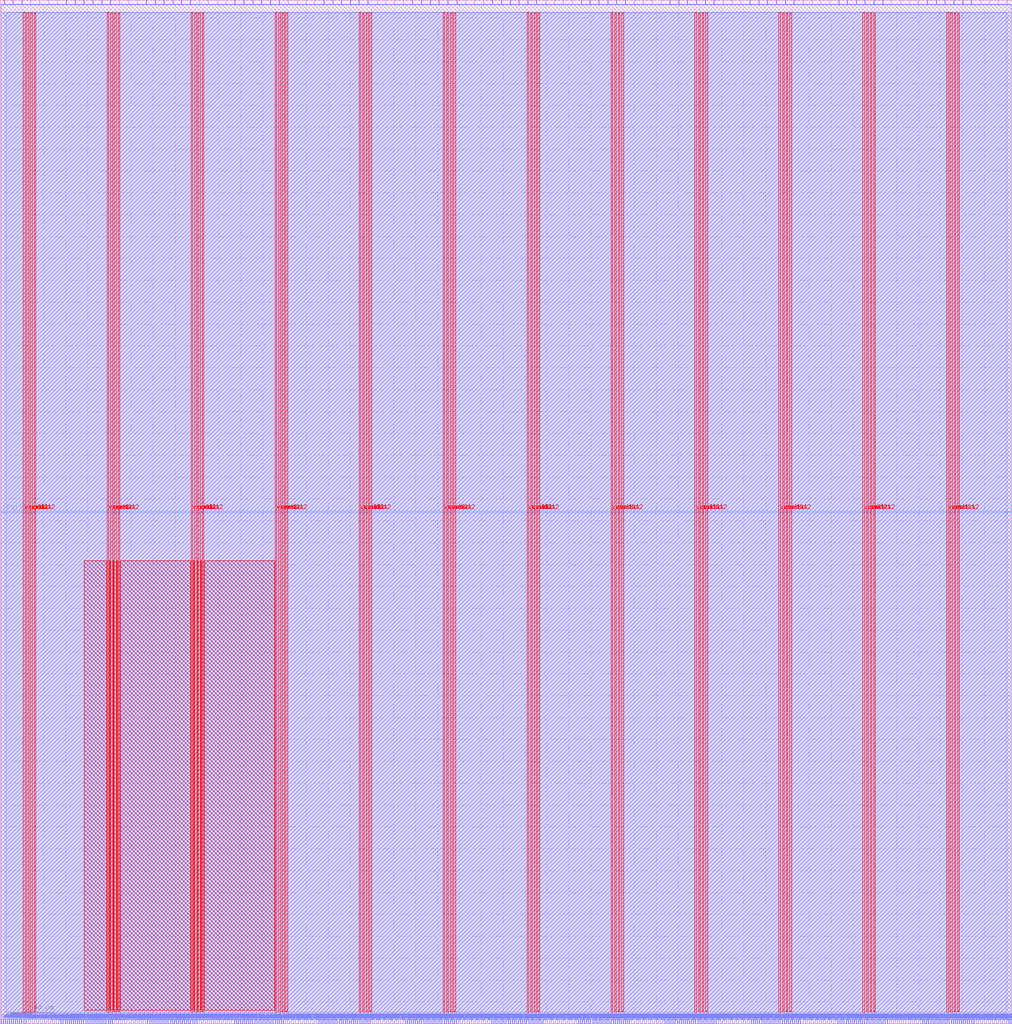
<source format=lef>
VERSION 5.7 ;
  NOWIREEXTENSIONATPIN ON ;
  DIVIDERCHAR "/" ;
  BUSBITCHARS "[]" ;
MACRO user_proj_example
  CLASS BLOCK ;
  FOREIGN user_proj_example ;
  ORIGIN 0.000 0.000 ;
  SIZE 925.640 BY 936.360 ;
  PIN io_in[0]
    DIRECTION INPUT ;
    USE SIGNAL ;
    PORT
      LAYER met2 ;
        RECT 3.770 932.360 4.050 936.360 ;
    END
  END io_in[0]
  PIN io_in[10]
    DIRECTION INPUT ;
    USE SIGNAL ;
    PORT
      LAYER met2 ;
        RECT 247.110 932.360 247.390 936.360 ;
    END
  END io_in[10]
  PIN io_in[11]
    DIRECTION INPUT ;
    USE SIGNAL ;
    PORT
      LAYER met2 ;
        RECT 271.490 932.360 271.770 936.360 ;
    END
  END io_in[11]
  PIN io_in[12]
    DIRECTION INPUT ;
    USE SIGNAL ;
    PORT
      LAYER met2 ;
        RECT 295.870 932.360 296.150 936.360 ;
    END
  END io_in[12]
  PIN io_in[13]
    DIRECTION INPUT ;
    USE SIGNAL ;
    PORT
      LAYER met2 ;
        RECT 320.250 932.360 320.530 936.360 ;
    END
  END io_in[13]
  PIN io_in[14]
    DIRECTION INPUT ;
    USE SIGNAL ;
    PORT
      LAYER met2 ;
        RECT 344.630 932.360 344.910 936.360 ;
    END
  END io_in[14]
  PIN io_in[15]
    DIRECTION INPUT ;
    USE SIGNAL ;
    PORT
      LAYER met2 ;
        RECT 369.010 932.360 369.290 936.360 ;
    END
  END io_in[15]
  PIN io_in[16]
    DIRECTION INPUT ;
    USE SIGNAL ;
    PORT
      LAYER met2 ;
        RECT 393.390 932.360 393.670 936.360 ;
    END
  END io_in[16]
  PIN io_in[17]
    DIRECTION INPUT ;
    USE SIGNAL ;
    PORT
      LAYER met2 ;
        RECT 417.770 932.360 418.050 936.360 ;
    END
  END io_in[17]
  PIN io_in[18]
    DIRECTION INPUT ;
    USE SIGNAL ;
    PORT
      LAYER met2 ;
        RECT 442.150 932.360 442.430 936.360 ;
    END
  END io_in[18]
  PIN io_in[19]
    DIRECTION INPUT ;
    USE SIGNAL ;
    PORT
      LAYER met2 ;
        RECT 466.530 932.360 466.810 936.360 ;
    END
  END io_in[19]
  PIN io_in[1]
    DIRECTION INPUT ;
    USE SIGNAL ;
    PORT
      LAYER met2 ;
        RECT 27.690 932.360 27.970 936.360 ;
    END
  END io_in[1]
  PIN io_in[20]
    DIRECTION INPUT ;
    USE SIGNAL ;
    PORT
      LAYER met2 ;
        RECT 490.450 932.360 490.730 936.360 ;
    END
  END io_in[20]
  PIN io_in[21]
    DIRECTION INPUT ;
    USE SIGNAL ;
    PORT
      LAYER met2 ;
        RECT 514.830 932.360 515.110 936.360 ;
    END
  END io_in[21]
  PIN io_in[22]
    DIRECTION INPUT ;
    USE SIGNAL ;
    PORT
      LAYER met2 ;
        RECT 539.210 932.360 539.490 936.360 ;
    END
  END io_in[22]
  PIN io_in[23]
    DIRECTION INPUT ;
    USE SIGNAL ;
    PORT
      LAYER met2 ;
        RECT 563.590 932.360 563.870 936.360 ;
    END
  END io_in[23]
  PIN io_in[24]
    DIRECTION INPUT ;
    USE SIGNAL ;
    PORT
      LAYER met2 ;
        RECT 587.970 932.360 588.250 936.360 ;
    END
  END io_in[24]
  PIN io_in[25]
    DIRECTION INPUT ;
    USE SIGNAL ;
    PORT
      LAYER met2 ;
        RECT 612.350 932.360 612.630 936.360 ;
    END
  END io_in[25]
  PIN io_in[26]
    DIRECTION INPUT ;
    USE SIGNAL ;
    PORT
      LAYER met2 ;
        RECT 636.730 932.360 637.010 936.360 ;
    END
  END io_in[26]
  PIN io_in[27]
    DIRECTION INPUT ;
    USE SIGNAL ;
    PORT
      LAYER met2 ;
        RECT 661.110 932.360 661.390 936.360 ;
    END
  END io_in[27]
  PIN io_in[28]
    DIRECTION INPUT ;
    USE SIGNAL ;
    PORT
      LAYER met2 ;
        RECT 685.490 932.360 685.770 936.360 ;
    END
  END io_in[28]
  PIN io_in[29]
    DIRECTION INPUT ;
    USE SIGNAL ;
    PORT
      LAYER met2 ;
        RECT 709.870 932.360 710.150 936.360 ;
    END
  END io_in[29]
  PIN io_in[2]
    DIRECTION INPUT ;
    USE SIGNAL ;
    PORT
      LAYER met2 ;
        RECT 52.070 932.360 52.350 936.360 ;
    END
  END io_in[2]
  PIN io_in[30]
    DIRECTION INPUT ;
    USE SIGNAL ;
    PORT
      LAYER met2 ;
        RECT 734.250 932.360 734.530 936.360 ;
    END
  END io_in[30]
  PIN io_in[31]
    DIRECTION INPUT ;
    USE SIGNAL ;
    PORT
      LAYER met2 ;
        RECT 758.630 932.360 758.910 936.360 ;
    END
  END io_in[31]
  PIN io_in[32]
    DIRECTION INPUT ;
    USE SIGNAL ;
    PORT
      LAYER met2 ;
        RECT 783.010 932.360 783.290 936.360 ;
    END
  END io_in[32]
  PIN io_in[33]
    DIRECTION INPUT ;
    USE SIGNAL ;
    PORT
      LAYER met2 ;
        RECT 807.390 932.360 807.670 936.360 ;
    END
  END io_in[33]
  PIN io_in[34]
    DIRECTION INPUT ;
    USE SIGNAL ;
    PORT
      LAYER met2 ;
        RECT 831.770 932.360 832.050 936.360 ;
    END
  END io_in[34]
  PIN io_in[35]
    DIRECTION INPUT ;
    USE SIGNAL ;
    PORT
      LAYER met2 ;
        RECT 856.150 932.360 856.430 936.360 ;
    END
  END io_in[35]
  PIN io_in[36]
    DIRECTION INPUT ;
    USE SIGNAL ;
    PORT
      LAYER met2 ;
        RECT 880.530 932.360 880.810 936.360 ;
    END
  END io_in[36]
  PIN io_in[37]
    DIRECTION INPUT ;
    USE SIGNAL ;
    PORT
      LAYER met2 ;
        RECT 904.910 932.360 905.190 936.360 ;
    END
  END io_in[37]
  PIN io_in[3]
    DIRECTION INPUT ;
    USE SIGNAL ;
    PORT
      LAYER met2 ;
        RECT 76.450 932.360 76.730 936.360 ;
    END
  END io_in[3]
  PIN io_in[4]
    DIRECTION INPUT ;
    USE SIGNAL ;
    PORT
      LAYER met2 ;
        RECT 100.830 932.360 101.110 936.360 ;
    END
  END io_in[4]
  PIN io_in[5]
    DIRECTION INPUT ;
    USE SIGNAL ;
    PORT
      LAYER met2 ;
        RECT 125.210 932.360 125.490 936.360 ;
    END
  END io_in[5]
  PIN io_in[6]
    DIRECTION INPUT ;
    USE SIGNAL ;
    PORT
      LAYER met2 ;
        RECT 149.590 932.360 149.870 936.360 ;
    END
  END io_in[6]
  PIN io_in[7]
    DIRECTION INPUT ;
    USE SIGNAL ;
    PORT
      LAYER met2 ;
        RECT 173.970 932.360 174.250 936.360 ;
    END
  END io_in[7]
  PIN io_in[8]
    DIRECTION INPUT ;
    USE SIGNAL ;
    PORT
      LAYER met2 ;
        RECT 198.350 932.360 198.630 936.360 ;
    END
  END io_in[8]
  PIN io_in[9]
    DIRECTION INPUT ;
    USE SIGNAL ;
    PORT
      LAYER met2 ;
        RECT 222.730 932.360 223.010 936.360 ;
    END
  END io_in[9]
  PIN io_oeb[0]
    DIRECTION OUTPUT TRISTATE ;
    USE SIGNAL ;
    PORT
      LAYER met2 ;
        RECT 11.590 932.360 11.870 936.360 ;
    END
  END io_oeb[0]
  PIN io_oeb[10]
    DIRECTION OUTPUT TRISTATE ;
    USE SIGNAL ;
    PORT
      LAYER met2 ;
        RECT 255.390 932.360 255.670 936.360 ;
    END
  END io_oeb[10]
  PIN io_oeb[11]
    DIRECTION OUTPUT TRISTATE ;
    USE SIGNAL ;
    PORT
      LAYER met2 ;
        RECT 279.770 932.360 280.050 936.360 ;
    END
  END io_oeb[11]
  PIN io_oeb[12]
    DIRECTION OUTPUT TRISTATE ;
    USE SIGNAL ;
    PORT
      LAYER met2 ;
        RECT 304.150 932.360 304.430 936.360 ;
    END
  END io_oeb[12]
  PIN io_oeb[13]
    DIRECTION OUTPUT TRISTATE ;
    USE SIGNAL ;
    PORT
      LAYER met2 ;
        RECT 328.070 932.360 328.350 936.360 ;
    END
  END io_oeb[13]
  PIN io_oeb[14]
    DIRECTION OUTPUT TRISTATE ;
    USE SIGNAL ;
    PORT
      LAYER met2 ;
        RECT 352.450 932.360 352.730 936.360 ;
    END
  END io_oeb[14]
  PIN io_oeb[15]
    DIRECTION OUTPUT TRISTATE ;
    USE SIGNAL ;
    PORT
      LAYER met2 ;
        RECT 376.830 932.360 377.110 936.360 ;
    END
  END io_oeb[15]
  PIN io_oeb[16]
    DIRECTION OUTPUT TRISTATE ;
    USE SIGNAL ;
    PORT
      LAYER met2 ;
        RECT 401.210 932.360 401.490 936.360 ;
    END
  END io_oeb[16]
  PIN io_oeb[17]
    DIRECTION OUTPUT TRISTATE ;
    USE SIGNAL ;
    PORT
      LAYER met2 ;
        RECT 425.590 932.360 425.870 936.360 ;
    END
  END io_oeb[17]
  PIN io_oeb[18]
    DIRECTION OUTPUT TRISTATE ;
    USE SIGNAL ;
    PORT
      LAYER met2 ;
        RECT 449.970 932.360 450.250 936.360 ;
    END
  END io_oeb[18]
  PIN io_oeb[19]
    DIRECTION OUTPUT TRISTATE ;
    USE SIGNAL ;
    PORT
      LAYER met2 ;
        RECT 474.350 932.360 474.630 936.360 ;
    END
  END io_oeb[19]
  PIN io_oeb[1]
    DIRECTION OUTPUT TRISTATE ;
    USE SIGNAL ;
    PORT
      LAYER met2 ;
        RECT 35.970 932.360 36.250 936.360 ;
    END
  END io_oeb[1]
  PIN io_oeb[20]
    DIRECTION OUTPUT TRISTATE ;
    USE SIGNAL ;
    PORT
      LAYER met2 ;
        RECT 498.730 932.360 499.010 936.360 ;
    END
  END io_oeb[20]
  PIN io_oeb[21]
    DIRECTION OUTPUT TRISTATE ;
    USE SIGNAL ;
    PORT
      LAYER met2 ;
        RECT 523.110 932.360 523.390 936.360 ;
    END
  END io_oeb[21]
  PIN io_oeb[22]
    DIRECTION OUTPUT TRISTATE ;
    USE SIGNAL ;
    PORT
      LAYER met2 ;
        RECT 547.490 932.360 547.770 936.360 ;
    END
  END io_oeb[22]
  PIN io_oeb[23]
    DIRECTION OUTPUT TRISTATE ;
    USE SIGNAL ;
    PORT
      LAYER met2 ;
        RECT 571.870 932.360 572.150 936.360 ;
    END
  END io_oeb[23]
  PIN io_oeb[24]
    DIRECTION OUTPUT TRISTATE ;
    USE SIGNAL ;
    PORT
      LAYER met2 ;
        RECT 596.250 932.360 596.530 936.360 ;
    END
  END io_oeb[24]
  PIN io_oeb[25]
    DIRECTION OUTPUT TRISTATE ;
    USE SIGNAL ;
    PORT
      LAYER met2 ;
        RECT 620.630 932.360 620.910 936.360 ;
    END
  END io_oeb[25]
  PIN io_oeb[26]
    DIRECTION OUTPUT TRISTATE ;
    USE SIGNAL ;
    PORT
      LAYER met2 ;
        RECT 645.010 932.360 645.290 936.360 ;
    END
  END io_oeb[26]
  PIN io_oeb[27]
    DIRECTION OUTPUT TRISTATE ;
    USE SIGNAL ;
    PORT
      LAYER met2 ;
        RECT 669.390 932.360 669.670 936.360 ;
    END
  END io_oeb[27]
  PIN io_oeb[28]
    DIRECTION OUTPUT TRISTATE ;
    USE SIGNAL ;
    PORT
      LAYER met2 ;
        RECT 693.770 932.360 694.050 936.360 ;
    END
  END io_oeb[28]
  PIN io_oeb[29]
    DIRECTION OUTPUT TRISTATE ;
    USE SIGNAL ;
    PORT
      LAYER met2 ;
        RECT 718.150 932.360 718.430 936.360 ;
    END
  END io_oeb[29]
  PIN io_oeb[2]
    DIRECTION OUTPUT TRISTATE ;
    USE SIGNAL ;
    PORT
      LAYER met2 ;
        RECT 60.350 932.360 60.630 936.360 ;
    END
  END io_oeb[2]
  PIN io_oeb[30]
    DIRECTION OUTPUT TRISTATE ;
    USE SIGNAL ;
    PORT
      LAYER met2 ;
        RECT 742.530 932.360 742.810 936.360 ;
    END
  END io_oeb[30]
  PIN io_oeb[31]
    DIRECTION OUTPUT TRISTATE ;
    USE SIGNAL ;
    PORT
      LAYER met2 ;
        RECT 766.910 932.360 767.190 936.360 ;
    END
  END io_oeb[31]
  PIN io_oeb[32]
    DIRECTION OUTPUT TRISTATE ;
    USE SIGNAL ;
    PORT
      LAYER met2 ;
        RECT 790.830 932.360 791.110 936.360 ;
    END
  END io_oeb[32]
  PIN io_oeb[33]
    DIRECTION OUTPUT TRISTATE ;
    USE SIGNAL ;
    PORT
      LAYER met2 ;
        RECT 815.210 932.360 815.490 936.360 ;
    END
  END io_oeb[33]
  PIN io_oeb[34]
    DIRECTION OUTPUT TRISTATE ;
    USE SIGNAL ;
    PORT
      LAYER met2 ;
        RECT 839.590 932.360 839.870 936.360 ;
    END
  END io_oeb[34]
  PIN io_oeb[35]
    DIRECTION OUTPUT TRISTATE ;
    USE SIGNAL ;
    PORT
      LAYER met2 ;
        RECT 863.970 932.360 864.250 936.360 ;
    END
  END io_oeb[35]
  PIN io_oeb[36]
    DIRECTION OUTPUT TRISTATE ;
    USE SIGNAL ;
    PORT
      LAYER met2 ;
        RECT 888.350 932.360 888.630 936.360 ;
    END
  END io_oeb[36]
  PIN io_oeb[37]
    DIRECTION OUTPUT TRISTATE ;
    USE SIGNAL ;
    PORT
      LAYER met2 ;
        RECT 912.730 932.360 913.010 936.360 ;
    END
  END io_oeb[37]
  PIN io_oeb[3]
    DIRECTION OUTPUT TRISTATE ;
    USE SIGNAL ;
    PORT
      LAYER met2 ;
        RECT 84.730 932.360 85.010 936.360 ;
    END
  END io_oeb[3]
  PIN io_oeb[4]
    DIRECTION OUTPUT TRISTATE ;
    USE SIGNAL ;
    PORT
      LAYER met2 ;
        RECT 109.110 932.360 109.390 936.360 ;
    END
  END io_oeb[4]
  PIN io_oeb[5]
    DIRECTION OUTPUT TRISTATE ;
    USE SIGNAL ;
    PORT
      LAYER met2 ;
        RECT 133.490 932.360 133.770 936.360 ;
    END
  END io_oeb[5]
  PIN io_oeb[6]
    DIRECTION OUTPUT TRISTATE ;
    USE SIGNAL ;
    PORT
      LAYER met2 ;
        RECT 157.870 932.360 158.150 936.360 ;
    END
  END io_oeb[6]
  PIN io_oeb[7]
    DIRECTION OUTPUT TRISTATE ;
    USE SIGNAL ;
    PORT
      LAYER met2 ;
        RECT 182.250 932.360 182.530 936.360 ;
    END
  END io_oeb[7]
  PIN io_oeb[8]
    DIRECTION OUTPUT TRISTATE ;
    USE SIGNAL ;
    PORT
      LAYER met2 ;
        RECT 206.630 932.360 206.910 936.360 ;
    END
  END io_oeb[8]
  PIN io_oeb[9]
    DIRECTION OUTPUT TRISTATE ;
    USE SIGNAL ;
    PORT
      LAYER met2 ;
        RECT 231.010 932.360 231.290 936.360 ;
    END
  END io_oeb[9]
  PIN io_out[0]
    DIRECTION OUTPUT TRISTATE ;
    USE SIGNAL ;
    PORT
      LAYER met2 ;
        RECT 19.870 932.360 20.150 936.360 ;
    END
  END io_out[0]
  PIN io_out[10]
    DIRECTION OUTPUT TRISTATE ;
    USE SIGNAL ;
    PORT
      LAYER met2 ;
        RECT 263.210 932.360 263.490 936.360 ;
    END
  END io_out[10]
  PIN io_out[11]
    DIRECTION OUTPUT TRISTATE ;
    USE SIGNAL ;
    PORT
      LAYER met2 ;
        RECT 287.590 932.360 287.870 936.360 ;
    END
  END io_out[11]
  PIN io_out[12]
    DIRECTION OUTPUT TRISTATE ;
    USE SIGNAL ;
    PORT
      LAYER met2 ;
        RECT 311.970 932.360 312.250 936.360 ;
    END
  END io_out[12]
  PIN io_out[13]
    DIRECTION OUTPUT TRISTATE ;
    USE SIGNAL ;
    PORT
      LAYER met2 ;
        RECT 336.350 932.360 336.630 936.360 ;
    END
  END io_out[13]
  PIN io_out[14]
    DIRECTION OUTPUT TRISTATE ;
    USE SIGNAL ;
    PORT
      LAYER met2 ;
        RECT 360.730 932.360 361.010 936.360 ;
    END
  END io_out[14]
  PIN io_out[15]
    DIRECTION OUTPUT TRISTATE ;
    USE SIGNAL ;
    PORT
      LAYER met2 ;
        RECT 385.110 932.360 385.390 936.360 ;
    END
  END io_out[15]
  PIN io_out[16]
    DIRECTION OUTPUT TRISTATE ;
    USE SIGNAL ;
    PORT
      LAYER met2 ;
        RECT 409.490 932.360 409.770 936.360 ;
    END
  END io_out[16]
  PIN io_out[17]
    DIRECTION OUTPUT TRISTATE ;
    USE SIGNAL ;
    PORT
      LAYER met2 ;
        RECT 433.870 932.360 434.150 936.360 ;
    END
  END io_out[17]
  PIN io_out[18]
    DIRECTION OUTPUT TRISTATE ;
    USE SIGNAL ;
    PORT
      LAYER met2 ;
        RECT 458.250 932.360 458.530 936.360 ;
    END
  END io_out[18]
  PIN io_out[19]
    DIRECTION OUTPUT TRISTATE ;
    USE SIGNAL ;
    PORT
      LAYER met2 ;
        RECT 482.630 932.360 482.910 936.360 ;
    END
  END io_out[19]
  PIN io_out[1]
    DIRECTION OUTPUT TRISTATE ;
    USE SIGNAL ;
    PORT
      LAYER met2 ;
        RECT 44.250 932.360 44.530 936.360 ;
    END
  END io_out[1]
  PIN io_out[20]
    DIRECTION OUTPUT TRISTATE ;
    USE SIGNAL ;
    PORT
      LAYER met2 ;
        RECT 507.010 932.360 507.290 936.360 ;
    END
  END io_out[20]
  PIN io_out[21]
    DIRECTION OUTPUT TRISTATE ;
    USE SIGNAL ;
    PORT
      LAYER met2 ;
        RECT 531.390 932.360 531.670 936.360 ;
    END
  END io_out[21]
  PIN io_out[22]
    DIRECTION OUTPUT TRISTATE ;
    USE SIGNAL ;
    PORT
      LAYER met2 ;
        RECT 555.770 932.360 556.050 936.360 ;
    END
  END io_out[22]
  PIN io_out[23]
    DIRECTION OUTPUT TRISTATE ;
    USE SIGNAL ;
    PORT
      LAYER met2 ;
        RECT 580.150 932.360 580.430 936.360 ;
    END
  END io_out[23]
  PIN io_out[24]
    DIRECTION OUTPUT TRISTATE ;
    USE SIGNAL ;
    PORT
      LAYER met2 ;
        RECT 604.530 932.360 604.810 936.360 ;
    END
  END io_out[24]
  PIN io_out[25]
    DIRECTION OUTPUT TRISTATE ;
    USE SIGNAL ;
    PORT
      LAYER met2 ;
        RECT 628.450 932.360 628.730 936.360 ;
    END
  END io_out[25]
  PIN io_out[26]
    DIRECTION OUTPUT TRISTATE ;
    USE SIGNAL ;
    PORT
      LAYER met2 ;
        RECT 652.830 932.360 653.110 936.360 ;
    END
  END io_out[26]
  PIN io_out[27]
    DIRECTION OUTPUT TRISTATE ;
    USE SIGNAL ;
    PORT
      LAYER met2 ;
        RECT 677.210 932.360 677.490 936.360 ;
    END
  END io_out[27]
  PIN io_out[28]
    DIRECTION OUTPUT TRISTATE ;
    USE SIGNAL ;
    PORT
      LAYER met2 ;
        RECT 701.590 932.360 701.870 936.360 ;
    END
  END io_out[28]
  PIN io_out[29]
    DIRECTION OUTPUT TRISTATE ;
    USE SIGNAL ;
    PORT
      LAYER met2 ;
        RECT 725.970 932.360 726.250 936.360 ;
    END
  END io_out[29]
  PIN io_out[2]
    DIRECTION OUTPUT TRISTATE ;
    USE SIGNAL ;
    PORT
      LAYER met2 ;
        RECT 68.630 932.360 68.910 936.360 ;
    END
  END io_out[2]
  PIN io_out[30]
    DIRECTION OUTPUT TRISTATE ;
    USE SIGNAL ;
    PORT
      LAYER met2 ;
        RECT 750.350 932.360 750.630 936.360 ;
    END
  END io_out[30]
  PIN io_out[31]
    DIRECTION OUTPUT TRISTATE ;
    USE SIGNAL ;
    PORT
      LAYER met2 ;
        RECT 774.730 932.360 775.010 936.360 ;
    END
  END io_out[31]
  PIN io_out[32]
    DIRECTION OUTPUT TRISTATE ;
    USE SIGNAL ;
    PORT
      LAYER met2 ;
        RECT 799.110 932.360 799.390 936.360 ;
    END
  END io_out[32]
  PIN io_out[33]
    DIRECTION OUTPUT TRISTATE ;
    USE SIGNAL ;
    PORT
      LAYER met2 ;
        RECT 823.490 932.360 823.770 936.360 ;
    END
  END io_out[33]
  PIN io_out[34]
    DIRECTION OUTPUT TRISTATE ;
    USE SIGNAL ;
    PORT
      LAYER met2 ;
        RECT 847.870 932.360 848.150 936.360 ;
    END
  END io_out[34]
  PIN io_out[35]
    DIRECTION OUTPUT TRISTATE ;
    USE SIGNAL ;
    PORT
      LAYER met2 ;
        RECT 872.250 932.360 872.530 936.360 ;
    END
  END io_out[35]
  PIN io_out[36]
    DIRECTION OUTPUT TRISTATE ;
    USE SIGNAL ;
    PORT
      LAYER met2 ;
        RECT 896.630 932.360 896.910 936.360 ;
    END
  END io_out[36]
  PIN io_out[37]
    DIRECTION OUTPUT TRISTATE ;
    USE SIGNAL ;
    PORT
      LAYER met2 ;
        RECT 921.010 932.360 921.290 936.360 ;
    END
  END io_out[37]
  PIN io_out[3]
    DIRECTION OUTPUT TRISTATE ;
    USE SIGNAL ;
    PORT
      LAYER met2 ;
        RECT 93.010 932.360 93.290 936.360 ;
    END
  END io_out[3]
  PIN io_out[4]
    DIRECTION OUTPUT TRISTATE ;
    USE SIGNAL ;
    PORT
      LAYER met2 ;
        RECT 117.390 932.360 117.670 936.360 ;
    END
  END io_out[4]
  PIN io_out[5]
    DIRECTION OUTPUT TRISTATE ;
    USE SIGNAL ;
    PORT
      LAYER met2 ;
        RECT 141.770 932.360 142.050 936.360 ;
    END
  END io_out[5]
  PIN io_out[6]
    DIRECTION OUTPUT TRISTATE ;
    USE SIGNAL ;
    PORT
      LAYER met2 ;
        RECT 165.690 932.360 165.970 936.360 ;
    END
  END io_out[6]
  PIN io_out[7]
    DIRECTION OUTPUT TRISTATE ;
    USE SIGNAL ;
    PORT
      LAYER met2 ;
        RECT 190.070 932.360 190.350 936.360 ;
    END
  END io_out[7]
  PIN io_out[8]
    DIRECTION OUTPUT TRISTATE ;
    USE SIGNAL ;
    PORT
      LAYER met2 ;
        RECT 214.450 932.360 214.730 936.360 ;
    END
  END io_out[8]
  PIN io_out[9]
    DIRECTION OUTPUT TRISTATE ;
    USE SIGNAL ;
    PORT
      LAYER met2 ;
        RECT 238.830 932.360 239.110 936.360 ;
    END
  END io_out[9]
  PIN irq[0]
    DIRECTION OUTPUT TRISTATE ;
    USE SIGNAL ;
    PORT
      LAYER met2 ;
        RECT 924.230 0.000 924.510 4.000 ;
    END
  END irq[0]
  PIN irq[1]
    DIRECTION OUTPUT TRISTATE ;
    USE SIGNAL ;
    PORT
      LAYER met3 ;
        RECT 0.000 467.880 4.000 468.480 ;
    END
  END irq[1]
  PIN irq[2]
    DIRECTION OUTPUT TRISTATE ;
    USE SIGNAL ;
    PORT
      LAYER met3 ;
        RECT 921.640 467.880 925.640 468.480 ;
    END
  END irq[2]
  PIN la_data_in[0]
    DIRECTION INPUT ;
    USE SIGNAL ;
    PORT
      LAYER met2 ;
        RECT 200.650 0.000 200.930 4.000 ;
    END
  END la_data_in[0]
  PIN la_data_in[100]
    DIRECTION INPUT ;
    USE SIGNAL ;
    PORT
      LAYER met2 ;
        RECT 765.990 0.000 766.270 4.000 ;
    END
  END la_data_in[100]
  PIN la_data_in[101]
    DIRECTION INPUT ;
    USE SIGNAL ;
    PORT
      LAYER met2 ;
        RECT 771.510 0.000 771.790 4.000 ;
    END
  END la_data_in[101]
  PIN la_data_in[102]
    DIRECTION INPUT ;
    USE SIGNAL ;
    PORT
      LAYER met2 ;
        RECT 777.490 0.000 777.770 4.000 ;
    END
  END la_data_in[102]
  PIN la_data_in[103]
    DIRECTION INPUT ;
    USE SIGNAL ;
    PORT
      LAYER met2 ;
        RECT 783.010 0.000 783.290 4.000 ;
    END
  END la_data_in[103]
  PIN la_data_in[104]
    DIRECTION INPUT ;
    USE SIGNAL ;
    PORT
      LAYER met2 ;
        RECT 788.530 0.000 788.810 4.000 ;
    END
  END la_data_in[104]
  PIN la_data_in[105]
    DIRECTION INPUT ;
    USE SIGNAL ;
    PORT
      LAYER met2 ;
        RECT 794.510 0.000 794.790 4.000 ;
    END
  END la_data_in[105]
  PIN la_data_in[106]
    DIRECTION INPUT ;
    USE SIGNAL ;
    PORT
      LAYER met2 ;
        RECT 800.030 0.000 800.310 4.000 ;
    END
  END la_data_in[106]
  PIN la_data_in[107]
    DIRECTION INPUT ;
    USE SIGNAL ;
    PORT
      LAYER met2 ;
        RECT 805.550 0.000 805.830 4.000 ;
    END
  END la_data_in[107]
  PIN la_data_in[108]
    DIRECTION INPUT ;
    USE SIGNAL ;
    PORT
      LAYER met2 ;
        RECT 811.530 0.000 811.810 4.000 ;
    END
  END la_data_in[108]
  PIN la_data_in[109]
    DIRECTION INPUT ;
    USE SIGNAL ;
    PORT
      LAYER met2 ;
        RECT 817.050 0.000 817.330 4.000 ;
    END
  END la_data_in[109]
  PIN la_data_in[10]
    DIRECTION INPUT ;
    USE SIGNAL ;
    PORT
      LAYER met2 ;
        RECT 257.230 0.000 257.510 4.000 ;
    END
  END la_data_in[10]
  PIN la_data_in[110]
    DIRECTION INPUT ;
    USE SIGNAL ;
    PORT
      LAYER met2 ;
        RECT 822.570 0.000 822.850 4.000 ;
    END
  END la_data_in[110]
  PIN la_data_in[111]
    DIRECTION INPUT ;
    USE SIGNAL ;
    PORT
      LAYER met2 ;
        RECT 828.090 0.000 828.370 4.000 ;
    END
  END la_data_in[111]
  PIN la_data_in[112]
    DIRECTION INPUT ;
    USE SIGNAL ;
    PORT
      LAYER met2 ;
        RECT 834.070 0.000 834.350 4.000 ;
    END
  END la_data_in[112]
  PIN la_data_in[113]
    DIRECTION INPUT ;
    USE SIGNAL ;
    PORT
      LAYER met2 ;
        RECT 839.590 0.000 839.870 4.000 ;
    END
  END la_data_in[113]
  PIN la_data_in[114]
    DIRECTION INPUT ;
    USE SIGNAL ;
    PORT
      LAYER met2 ;
        RECT 845.110 0.000 845.390 4.000 ;
    END
  END la_data_in[114]
  PIN la_data_in[115]
    DIRECTION INPUT ;
    USE SIGNAL ;
    PORT
      LAYER met2 ;
        RECT 851.090 0.000 851.370 4.000 ;
    END
  END la_data_in[115]
  PIN la_data_in[116]
    DIRECTION INPUT ;
    USE SIGNAL ;
    PORT
      LAYER met2 ;
        RECT 856.610 0.000 856.890 4.000 ;
    END
  END la_data_in[116]
  PIN la_data_in[117]
    DIRECTION INPUT ;
    USE SIGNAL ;
    PORT
      LAYER met2 ;
        RECT 862.130 0.000 862.410 4.000 ;
    END
  END la_data_in[117]
  PIN la_data_in[118]
    DIRECTION INPUT ;
    USE SIGNAL ;
    PORT
      LAYER met2 ;
        RECT 867.650 0.000 867.930 4.000 ;
    END
  END la_data_in[118]
  PIN la_data_in[119]
    DIRECTION INPUT ;
    USE SIGNAL ;
    PORT
      LAYER met2 ;
        RECT 873.630 0.000 873.910 4.000 ;
    END
  END la_data_in[119]
  PIN la_data_in[11]
    DIRECTION INPUT ;
    USE SIGNAL ;
    PORT
      LAYER met2 ;
        RECT 262.750 0.000 263.030 4.000 ;
    END
  END la_data_in[11]
  PIN la_data_in[120]
    DIRECTION INPUT ;
    USE SIGNAL ;
    PORT
      LAYER met2 ;
        RECT 879.150 0.000 879.430 4.000 ;
    END
  END la_data_in[120]
  PIN la_data_in[121]
    DIRECTION INPUT ;
    USE SIGNAL ;
    PORT
      LAYER met2 ;
        RECT 884.670 0.000 884.950 4.000 ;
    END
  END la_data_in[121]
  PIN la_data_in[122]
    DIRECTION INPUT ;
    USE SIGNAL ;
    PORT
      LAYER met2 ;
        RECT 890.650 0.000 890.930 4.000 ;
    END
  END la_data_in[122]
  PIN la_data_in[123]
    DIRECTION INPUT ;
    USE SIGNAL ;
    PORT
      LAYER met2 ;
        RECT 896.170 0.000 896.450 4.000 ;
    END
  END la_data_in[123]
  PIN la_data_in[124]
    DIRECTION INPUT ;
    USE SIGNAL ;
    PORT
      LAYER met2 ;
        RECT 901.690 0.000 901.970 4.000 ;
    END
  END la_data_in[124]
  PIN la_data_in[125]
    DIRECTION INPUT ;
    USE SIGNAL ;
    PORT
      LAYER met2 ;
        RECT 907.670 0.000 907.950 4.000 ;
    END
  END la_data_in[125]
  PIN la_data_in[126]
    DIRECTION INPUT ;
    USE SIGNAL ;
    PORT
      LAYER met2 ;
        RECT 913.190 0.000 913.470 4.000 ;
    END
  END la_data_in[126]
  PIN la_data_in[127]
    DIRECTION INPUT ;
    USE SIGNAL ;
    PORT
      LAYER met2 ;
        RECT 918.710 0.000 918.990 4.000 ;
    END
  END la_data_in[127]
  PIN la_data_in[12]
    DIRECTION INPUT ;
    USE SIGNAL ;
    PORT
      LAYER met2 ;
        RECT 268.270 0.000 268.550 4.000 ;
    END
  END la_data_in[12]
  PIN la_data_in[13]
    DIRECTION INPUT ;
    USE SIGNAL ;
    PORT
      LAYER met2 ;
        RECT 274.250 0.000 274.530 4.000 ;
    END
  END la_data_in[13]
  PIN la_data_in[14]
    DIRECTION INPUT ;
    USE SIGNAL ;
    PORT
      LAYER met2 ;
        RECT 279.770 0.000 280.050 4.000 ;
    END
  END la_data_in[14]
  PIN la_data_in[15]
    DIRECTION INPUT ;
    USE SIGNAL ;
    PORT
      LAYER met2 ;
        RECT 285.290 0.000 285.570 4.000 ;
    END
  END la_data_in[15]
  PIN la_data_in[16]
    DIRECTION INPUT ;
    USE SIGNAL ;
    PORT
      LAYER met2 ;
        RECT 291.270 0.000 291.550 4.000 ;
    END
  END la_data_in[16]
  PIN la_data_in[17]
    DIRECTION INPUT ;
    USE SIGNAL ;
    PORT
      LAYER met2 ;
        RECT 296.790 0.000 297.070 4.000 ;
    END
  END la_data_in[17]
  PIN la_data_in[18]
    DIRECTION INPUT ;
    USE SIGNAL ;
    PORT
      LAYER met2 ;
        RECT 302.310 0.000 302.590 4.000 ;
    END
  END la_data_in[18]
  PIN la_data_in[19]
    DIRECTION INPUT ;
    USE SIGNAL ;
    PORT
      LAYER met2 ;
        RECT 307.830 0.000 308.110 4.000 ;
    END
  END la_data_in[19]
  PIN la_data_in[1]
    DIRECTION INPUT ;
    USE SIGNAL ;
    PORT
      LAYER met2 ;
        RECT 206.170 0.000 206.450 4.000 ;
    END
  END la_data_in[1]
  PIN la_data_in[20]
    DIRECTION INPUT ;
    USE SIGNAL ;
    PORT
      LAYER met2 ;
        RECT 313.810 0.000 314.090 4.000 ;
    END
  END la_data_in[20]
  PIN la_data_in[21]
    DIRECTION INPUT ;
    USE SIGNAL ;
    PORT
      LAYER met2 ;
        RECT 319.330 0.000 319.610 4.000 ;
    END
  END la_data_in[21]
  PIN la_data_in[22]
    DIRECTION INPUT ;
    USE SIGNAL ;
    PORT
      LAYER met2 ;
        RECT 324.850 0.000 325.130 4.000 ;
    END
  END la_data_in[22]
  PIN la_data_in[23]
    DIRECTION INPUT ;
    USE SIGNAL ;
    PORT
      LAYER met2 ;
        RECT 330.830 0.000 331.110 4.000 ;
    END
  END la_data_in[23]
  PIN la_data_in[24]
    DIRECTION INPUT ;
    USE SIGNAL ;
    PORT
      LAYER met2 ;
        RECT 336.350 0.000 336.630 4.000 ;
    END
  END la_data_in[24]
  PIN la_data_in[25]
    DIRECTION INPUT ;
    USE SIGNAL ;
    PORT
      LAYER met2 ;
        RECT 341.870 0.000 342.150 4.000 ;
    END
  END la_data_in[25]
  PIN la_data_in[26]
    DIRECTION INPUT ;
    USE SIGNAL ;
    PORT
      LAYER met2 ;
        RECT 347.390 0.000 347.670 4.000 ;
    END
  END la_data_in[26]
  PIN la_data_in[27]
    DIRECTION INPUT ;
    USE SIGNAL ;
    PORT
      LAYER met2 ;
        RECT 353.370 0.000 353.650 4.000 ;
    END
  END la_data_in[27]
  PIN la_data_in[28]
    DIRECTION INPUT ;
    USE SIGNAL ;
    PORT
      LAYER met2 ;
        RECT 358.890 0.000 359.170 4.000 ;
    END
  END la_data_in[28]
  PIN la_data_in[29]
    DIRECTION INPUT ;
    USE SIGNAL ;
    PORT
      LAYER met2 ;
        RECT 364.410 0.000 364.690 4.000 ;
    END
  END la_data_in[29]
  PIN la_data_in[2]
    DIRECTION INPUT ;
    USE SIGNAL ;
    PORT
      LAYER met2 ;
        RECT 211.690 0.000 211.970 4.000 ;
    END
  END la_data_in[2]
  PIN la_data_in[30]
    DIRECTION INPUT ;
    USE SIGNAL ;
    PORT
      LAYER met2 ;
        RECT 370.390 0.000 370.670 4.000 ;
    END
  END la_data_in[30]
  PIN la_data_in[31]
    DIRECTION INPUT ;
    USE SIGNAL ;
    PORT
      LAYER met2 ;
        RECT 375.910 0.000 376.190 4.000 ;
    END
  END la_data_in[31]
  PIN la_data_in[32]
    DIRECTION INPUT ;
    USE SIGNAL ;
    PORT
      LAYER met2 ;
        RECT 381.430 0.000 381.710 4.000 ;
    END
  END la_data_in[32]
  PIN la_data_in[33]
    DIRECTION INPUT ;
    USE SIGNAL ;
    PORT
      LAYER met2 ;
        RECT 387.410 0.000 387.690 4.000 ;
    END
  END la_data_in[33]
  PIN la_data_in[34]
    DIRECTION INPUT ;
    USE SIGNAL ;
    PORT
      LAYER met2 ;
        RECT 392.930 0.000 393.210 4.000 ;
    END
  END la_data_in[34]
  PIN la_data_in[35]
    DIRECTION INPUT ;
    USE SIGNAL ;
    PORT
      LAYER met2 ;
        RECT 398.450 0.000 398.730 4.000 ;
    END
  END la_data_in[35]
  PIN la_data_in[36]
    DIRECTION INPUT ;
    USE SIGNAL ;
    PORT
      LAYER met2 ;
        RECT 403.970 0.000 404.250 4.000 ;
    END
  END la_data_in[36]
  PIN la_data_in[37]
    DIRECTION INPUT ;
    USE SIGNAL ;
    PORT
      LAYER met2 ;
        RECT 409.950 0.000 410.230 4.000 ;
    END
  END la_data_in[37]
  PIN la_data_in[38]
    DIRECTION INPUT ;
    USE SIGNAL ;
    PORT
      LAYER met2 ;
        RECT 415.470 0.000 415.750 4.000 ;
    END
  END la_data_in[38]
  PIN la_data_in[39]
    DIRECTION INPUT ;
    USE SIGNAL ;
    PORT
      LAYER met2 ;
        RECT 420.990 0.000 421.270 4.000 ;
    END
  END la_data_in[39]
  PIN la_data_in[3]
    DIRECTION INPUT ;
    USE SIGNAL ;
    PORT
      LAYER met2 ;
        RECT 217.670 0.000 217.950 4.000 ;
    END
  END la_data_in[3]
  PIN la_data_in[40]
    DIRECTION INPUT ;
    USE SIGNAL ;
    PORT
      LAYER met2 ;
        RECT 426.970 0.000 427.250 4.000 ;
    END
  END la_data_in[40]
  PIN la_data_in[41]
    DIRECTION INPUT ;
    USE SIGNAL ;
    PORT
      LAYER met2 ;
        RECT 432.490 0.000 432.770 4.000 ;
    END
  END la_data_in[41]
  PIN la_data_in[42]
    DIRECTION INPUT ;
    USE SIGNAL ;
    PORT
      LAYER met2 ;
        RECT 438.010 0.000 438.290 4.000 ;
    END
  END la_data_in[42]
  PIN la_data_in[43]
    DIRECTION INPUT ;
    USE SIGNAL ;
    PORT
      LAYER met2 ;
        RECT 443.530 0.000 443.810 4.000 ;
    END
  END la_data_in[43]
  PIN la_data_in[44]
    DIRECTION INPUT ;
    USE SIGNAL ;
    PORT
      LAYER met2 ;
        RECT 449.510 0.000 449.790 4.000 ;
    END
  END la_data_in[44]
  PIN la_data_in[45]
    DIRECTION INPUT ;
    USE SIGNAL ;
    PORT
      LAYER met2 ;
        RECT 455.030 0.000 455.310 4.000 ;
    END
  END la_data_in[45]
  PIN la_data_in[46]
    DIRECTION INPUT ;
    USE SIGNAL ;
    PORT
      LAYER met2 ;
        RECT 460.550 0.000 460.830 4.000 ;
    END
  END la_data_in[46]
  PIN la_data_in[47]
    DIRECTION INPUT ;
    USE SIGNAL ;
    PORT
      LAYER met2 ;
        RECT 466.530 0.000 466.810 4.000 ;
    END
  END la_data_in[47]
  PIN la_data_in[48]
    DIRECTION INPUT ;
    USE SIGNAL ;
    PORT
      LAYER met2 ;
        RECT 472.050 0.000 472.330 4.000 ;
    END
  END la_data_in[48]
  PIN la_data_in[49]
    DIRECTION INPUT ;
    USE SIGNAL ;
    PORT
      LAYER met2 ;
        RECT 477.570 0.000 477.850 4.000 ;
    END
  END la_data_in[49]
  PIN la_data_in[4]
    DIRECTION INPUT ;
    USE SIGNAL ;
    PORT
      LAYER met2 ;
        RECT 223.190 0.000 223.470 4.000 ;
    END
  END la_data_in[4]
  PIN la_data_in[50]
    DIRECTION INPUT ;
    USE SIGNAL ;
    PORT
      LAYER met2 ;
        RECT 483.550 0.000 483.830 4.000 ;
    END
  END la_data_in[50]
  PIN la_data_in[51]
    DIRECTION INPUT ;
    USE SIGNAL ;
    PORT
      LAYER met2 ;
        RECT 489.070 0.000 489.350 4.000 ;
    END
  END la_data_in[51]
  PIN la_data_in[52]
    DIRECTION INPUT ;
    USE SIGNAL ;
    PORT
      LAYER met2 ;
        RECT 494.590 0.000 494.870 4.000 ;
    END
  END la_data_in[52]
  PIN la_data_in[53]
    DIRECTION INPUT ;
    USE SIGNAL ;
    PORT
      LAYER met2 ;
        RECT 500.110 0.000 500.390 4.000 ;
    END
  END la_data_in[53]
  PIN la_data_in[54]
    DIRECTION INPUT ;
    USE SIGNAL ;
    PORT
      LAYER met2 ;
        RECT 506.090 0.000 506.370 4.000 ;
    END
  END la_data_in[54]
  PIN la_data_in[55]
    DIRECTION INPUT ;
    USE SIGNAL ;
    PORT
      LAYER met2 ;
        RECT 511.610 0.000 511.890 4.000 ;
    END
  END la_data_in[55]
  PIN la_data_in[56]
    DIRECTION INPUT ;
    USE SIGNAL ;
    PORT
      LAYER met2 ;
        RECT 517.130 0.000 517.410 4.000 ;
    END
  END la_data_in[56]
  PIN la_data_in[57]
    DIRECTION INPUT ;
    USE SIGNAL ;
    PORT
      LAYER met2 ;
        RECT 523.110 0.000 523.390 4.000 ;
    END
  END la_data_in[57]
  PIN la_data_in[58]
    DIRECTION INPUT ;
    USE SIGNAL ;
    PORT
      LAYER met2 ;
        RECT 528.630 0.000 528.910 4.000 ;
    END
  END la_data_in[58]
  PIN la_data_in[59]
    DIRECTION INPUT ;
    USE SIGNAL ;
    PORT
      LAYER met2 ;
        RECT 534.150 0.000 534.430 4.000 ;
    END
  END la_data_in[59]
  PIN la_data_in[5]
    DIRECTION INPUT ;
    USE SIGNAL ;
    PORT
      LAYER met2 ;
        RECT 228.710 0.000 228.990 4.000 ;
    END
  END la_data_in[5]
  PIN la_data_in[60]
    DIRECTION INPUT ;
    USE SIGNAL ;
    PORT
      LAYER met2 ;
        RECT 539.670 0.000 539.950 4.000 ;
    END
  END la_data_in[60]
  PIN la_data_in[61]
    DIRECTION INPUT ;
    USE SIGNAL ;
    PORT
      LAYER met2 ;
        RECT 545.650 0.000 545.930 4.000 ;
    END
  END la_data_in[61]
  PIN la_data_in[62]
    DIRECTION INPUT ;
    USE SIGNAL ;
    PORT
      LAYER met2 ;
        RECT 551.170 0.000 551.450 4.000 ;
    END
  END la_data_in[62]
  PIN la_data_in[63]
    DIRECTION INPUT ;
    USE SIGNAL ;
    PORT
      LAYER met2 ;
        RECT 556.690 0.000 556.970 4.000 ;
    END
  END la_data_in[63]
  PIN la_data_in[64]
    DIRECTION INPUT ;
    USE SIGNAL ;
    PORT
      LAYER met2 ;
        RECT 562.670 0.000 562.950 4.000 ;
    END
  END la_data_in[64]
  PIN la_data_in[65]
    DIRECTION INPUT ;
    USE SIGNAL ;
    PORT
      LAYER met2 ;
        RECT 568.190 0.000 568.470 4.000 ;
    END
  END la_data_in[65]
  PIN la_data_in[66]
    DIRECTION INPUT ;
    USE SIGNAL ;
    PORT
      LAYER met2 ;
        RECT 573.710 0.000 573.990 4.000 ;
    END
  END la_data_in[66]
  PIN la_data_in[67]
    DIRECTION INPUT ;
    USE SIGNAL ;
    PORT
      LAYER met2 ;
        RECT 579.690 0.000 579.970 4.000 ;
    END
  END la_data_in[67]
  PIN la_data_in[68]
    DIRECTION INPUT ;
    USE SIGNAL ;
    PORT
      LAYER met2 ;
        RECT 585.210 0.000 585.490 4.000 ;
    END
  END la_data_in[68]
  PIN la_data_in[69]
    DIRECTION INPUT ;
    USE SIGNAL ;
    PORT
      LAYER met2 ;
        RECT 590.730 0.000 591.010 4.000 ;
    END
  END la_data_in[69]
  PIN la_data_in[6]
    DIRECTION INPUT ;
    USE SIGNAL ;
    PORT
      LAYER met2 ;
        RECT 234.690 0.000 234.970 4.000 ;
    END
  END la_data_in[6]
  PIN la_data_in[70]
    DIRECTION INPUT ;
    USE SIGNAL ;
    PORT
      LAYER met2 ;
        RECT 596.250 0.000 596.530 4.000 ;
    END
  END la_data_in[70]
  PIN la_data_in[71]
    DIRECTION INPUT ;
    USE SIGNAL ;
    PORT
      LAYER met2 ;
        RECT 602.230 0.000 602.510 4.000 ;
    END
  END la_data_in[71]
  PIN la_data_in[72]
    DIRECTION INPUT ;
    USE SIGNAL ;
    PORT
      LAYER met2 ;
        RECT 607.750 0.000 608.030 4.000 ;
    END
  END la_data_in[72]
  PIN la_data_in[73]
    DIRECTION INPUT ;
    USE SIGNAL ;
    PORT
      LAYER met2 ;
        RECT 613.270 0.000 613.550 4.000 ;
    END
  END la_data_in[73]
  PIN la_data_in[74]
    DIRECTION INPUT ;
    USE SIGNAL ;
    PORT
      LAYER met2 ;
        RECT 619.250 0.000 619.530 4.000 ;
    END
  END la_data_in[74]
  PIN la_data_in[75]
    DIRECTION INPUT ;
    USE SIGNAL ;
    PORT
      LAYER met2 ;
        RECT 624.770 0.000 625.050 4.000 ;
    END
  END la_data_in[75]
  PIN la_data_in[76]
    DIRECTION INPUT ;
    USE SIGNAL ;
    PORT
      LAYER met2 ;
        RECT 630.290 0.000 630.570 4.000 ;
    END
  END la_data_in[76]
  PIN la_data_in[77]
    DIRECTION INPUT ;
    USE SIGNAL ;
    PORT
      LAYER met2 ;
        RECT 635.810 0.000 636.090 4.000 ;
    END
  END la_data_in[77]
  PIN la_data_in[78]
    DIRECTION INPUT ;
    USE SIGNAL ;
    PORT
      LAYER met2 ;
        RECT 641.790 0.000 642.070 4.000 ;
    END
  END la_data_in[78]
  PIN la_data_in[79]
    DIRECTION INPUT ;
    USE SIGNAL ;
    PORT
      LAYER met2 ;
        RECT 647.310 0.000 647.590 4.000 ;
    END
  END la_data_in[79]
  PIN la_data_in[7]
    DIRECTION INPUT ;
    USE SIGNAL ;
    PORT
      LAYER met2 ;
        RECT 240.210 0.000 240.490 4.000 ;
    END
  END la_data_in[7]
  PIN la_data_in[80]
    DIRECTION INPUT ;
    USE SIGNAL ;
    PORT
      LAYER met2 ;
        RECT 652.830 0.000 653.110 4.000 ;
    END
  END la_data_in[80]
  PIN la_data_in[81]
    DIRECTION INPUT ;
    USE SIGNAL ;
    PORT
      LAYER met2 ;
        RECT 658.810 0.000 659.090 4.000 ;
    END
  END la_data_in[81]
  PIN la_data_in[82]
    DIRECTION INPUT ;
    USE SIGNAL ;
    PORT
      LAYER met2 ;
        RECT 664.330 0.000 664.610 4.000 ;
    END
  END la_data_in[82]
  PIN la_data_in[83]
    DIRECTION INPUT ;
    USE SIGNAL ;
    PORT
      LAYER met2 ;
        RECT 669.850 0.000 670.130 4.000 ;
    END
  END la_data_in[83]
  PIN la_data_in[84]
    DIRECTION INPUT ;
    USE SIGNAL ;
    PORT
      LAYER met2 ;
        RECT 675.370 0.000 675.650 4.000 ;
    END
  END la_data_in[84]
  PIN la_data_in[85]
    DIRECTION INPUT ;
    USE SIGNAL ;
    PORT
      LAYER met2 ;
        RECT 681.350 0.000 681.630 4.000 ;
    END
  END la_data_in[85]
  PIN la_data_in[86]
    DIRECTION INPUT ;
    USE SIGNAL ;
    PORT
      LAYER met2 ;
        RECT 686.870 0.000 687.150 4.000 ;
    END
  END la_data_in[86]
  PIN la_data_in[87]
    DIRECTION INPUT ;
    USE SIGNAL ;
    PORT
      LAYER met2 ;
        RECT 692.390 0.000 692.670 4.000 ;
    END
  END la_data_in[87]
  PIN la_data_in[88]
    DIRECTION INPUT ;
    USE SIGNAL ;
    PORT
      LAYER met2 ;
        RECT 698.370 0.000 698.650 4.000 ;
    END
  END la_data_in[88]
  PIN la_data_in[89]
    DIRECTION INPUT ;
    USE SIGNAL ;
    PORT
      LAYER met2 ;
        RECT 703.890 0.000 704.170 4.000 ;
    END
  END la_data_in[89]
  PIN la_data_in[8]
    DIRECTION INPUT ;
    USE SIGNAL ;
    PORT
      LAYER met2 ;
        RECT 245.730 0.000 246.010 4.000 ;
    END
  END la_data_in[8]
  PIN la_data_in[90]
    DIRECTION INPUT ;
    USE SIGNAL ;
    PORT
      LAYER met2 ;
        RECT 709.410 0.000 709.690 4.000 ;
    END
  END la_data_in[90]
  PIN la_data_in[91]
    DIRECTION INPUT ;
    USE SIGNAL ;
    PORT
      LAYER met2 ;
        RECT 715.390 0.000 715.670 4.000 ;
    END
  END la_data_in[91]
  PIN la_data_in[92]
    DIRECTION INPUT ;
    USE SIGNAL ;
    PORT
      LAYER met2 ;
        RECT 720.910 0.000 721.190 4.000 ;
    END
  END la_data_in[92]
  PIN la_data_in[93]
    DIRECTION INPUT ;
    USE SIGNAL ;
    PORT
      LAYER met2 ;
        RECT 726.430 0.000 726.710 4.000 ;
    END
  END la_data_in[93]
  PIN la_data_in[94]
    DIRECTION INPUT ;
    USE SIGNAL ;
    PORT
      LAYER met2 ;
        RECT 731.950 0.000 732.230 4.000 ;
    END
  END la_data_in[94]
  PIN la_data_in[95]
    DIRECTION INPUT ;
    USE SIGNAL ;
    PORT
      LAYER met2 ;
        RECT 737.930 0.000 738.210 4.000 ;
    END
  END la_data_in[95]
  PIN la_data_in[96]
    DIRECTION INPUT ;
    USE SIGNAL ;
    PORT
      LAYER met2 ;
        RECT 743.450 0.000 743.730 4.000 ;
    END
  END la_data_in[96]
  PIN la_data_in[97]
    DIRECTION INPUT ;
    USE SIGNAL ;
    PORT
      LAYER met2 ;
        RECT 748.970 0.000 749.250 4.000 ;
    END
  END la_data_in[97]
  PIN la_data_in[98]
    DIRECTION INPUT ;
    USE SIGNAL ;
    PORT
      LAYER met2 ;
        RECT 754.950 0.000 755.230 4.000 ;
    END
  END la_data_in[98]
  PIN la_data_in[99]
    DIRECTION INPUT ;
    USE SIGNAL ;
    PORT
      LAYER met2 ;
        RECT 760.470 0.000 760.750 4.000 ;
    END
  END la_data_in[99]
  PIN la_data_in[9]
    DIRECTION INPUT ;
    USE SIGNAL ;
    PORT
      LAYER met2 ;
        RECT 251.710 0.000 251.990 4.000 ;
    END
  END la_data_in[9]
  PIN la_data_out[0]
    DIRECTION OUTPUT TRISTATE ;
    USE SIGNAL ;
    PORT
      LAYER met2 ;
        RECT 202.490 0.000 202.770 4.000 ;
    END
  END la_data_out[0]
  PIN la_data_out[100]
    DIRECTION OUTPUT TRISTATE ;
    USE SIGNAL ;
    PORT
      LAYER met2 ;
        RECT 767.830 0.000 768.110 4.000 ;
    END
  END la_data_out[100]
  PIN la_data_out[101]
    DIRECTION OUTPUT TRISTATE ;
    USE SIGNAL ;
    PORT
      LAYER met2 ;
        RECT 773.810 0.000 774.090 4.000 ;
    END
  END la_data_out[101]
  PIN la_data_out[102]
    DIRECTION OUTPUT TRISTATE ;
    USE SIGNAL ;
    PORT
      LAYER met2 ;
        RECT 779.330 0.000 779.610 4.000 ;
    END
  END la_data_out[102]
  PIN la_data_out[103]
    DIRECTION OUTPUT TRISTATE ;
    USE SIGNAL ;
    PORT
      LAYER met2 ;
        RECT 784.850 0.000 785.130 4.000 ;
    END
  END la_data_out[103]
  PIN la_data_out[104]
    DIRECTION OUTPUT TRISTATE ;
    USE SIGNAL ;
    PORT
      LAYER met2 ;
        RECT 790.370 0.000 790.650 4.000 ;
    END
  END la_data_out[104]
  PIN la_data_out[105]
    DIRECTION OUTPUT TRISTATE ;
    USE SIGNAL ;
    PORT
      LAYER met2 ;
        RECT 796.350 0.000 796.630 4.000 ;
    END
  END la_data_out[105]
  PIN la_data_out[106]
    DIRECTION OUTPUT TRISTATE ;
    USE SIGNAL ;
    PORT
      LAYER met2 ;
        RECT 801.870 0.000 802.150 4.000 ;
    END
  END la_data_out[106]
  PIN la_data_out[107]
    DIRECTION OUTPUT TRISTATE ;
    USE SIGNAL ;
    PORT
      LAYER met2 ;
        RECT 807.390 0.000 807.670 4.000 ;
    END
  END la_data_out[107]
  PIN la_data_out[108]
    DIRECTION OUTPUT TRISTATE ;
    USE SIGNAL ;
    PORT
      LAYER met2 ;
        RECT 813.370 0.000 813.650 4.000 ;
    END
  END la_data_out[108]
  PIN la_data_out[109]
    DIRECTION OUTPUT TRISTATE ;
    USE SIGNAL ;
    PORT
      LAYER met2 ;
        RECT 818.890 0.000 819.170 4.000 ;
    END
  END la_data_out[109]
  PIN la_data_out[10]
    DIRECTION OUTPUT TRISTATE ;
    USE SIGNAL ;
    PORT
      LAYER met2 ;
        RECT 259.070 0.000 259.350 4.000 ;
    END
  END la_data_out[10]
  PIN la_data_out[110]
    DIRECTION OUTPUT TRISTATE ;
    USE SIGNAL ;
    PORT
      LAYER met2 ;
        RECT 824.410 0.000 824.690 4.000 ;
    END
  END la_data_out[110]
  PIN la_data_out[111]
    DIRECTION OUTPUT TRISTATE ;
    USE SIGNAL ;
    PORT
      LAYER met2 ;
        RECT 830.390 0.000 830.670 4.000 ;
    END
  END la_data_out[111]
  PIN la_data_out[112]
    DIRECTION OUTPUT TRISTATE ;
    USE SIGNAL ;
    PORT
      LAYER met2 ;
        RECT 835.910 0.000 836.190 4.000 ;
    END
  END la_data_out[112]
  PIN la_data_out[113]
    DIRECTION OUTPUT TRISTATE ;
    USE SIGNAL ;
    PORT
      LAYER met2 ;
        RECT 841.430 0.000 841.710 4.000 ;
    END
  END la_data_out[113]
  PIN la_data_out[114]
    DIRECTION OUTPUT TRISTATE ;
    USE SIGNAL ;
    PORT
      LAYER met2 ;
        RECT 846.950 0.000 847.230 4.000 ;
    END
  END la_data_out[114]
  PIN la_data_out[115]
    DIRECTION OUTPUT TRISTATE ;
    USE SIGNAL ;
    PORT
      LAYER met2 ;
        RECT 852.930 0.000 853.210 4.000 ;
    END
  END la_data_out[115]
  PIN la_data_out[116]
    DIRECTION OUTPUT TRISTATE ;
    USE SIGNAL ;
    PORT
      LAYER met2 ;
        RECT 858.450 0.000 858.730 4.000 ;
    END
  END la_data_out[116]
  PIN la_data_out[117]
    DIRECTION OUTPUT TRISTATE ;
    USE SIGNAL ;
    PORT
      LAYER met2 ;
        RECT 863.970 0.000 864.250 4.000 ;
    END
  END la_data_out[117]
  PIN la_data_out[118]
    DIRECTION OUTPUT TRISTATE ;
    USE SIGNAL ;
    PORT
      LAYER met2 ;
        RECT 869.950 0.000 870.230 4.000 ;
    END
  END la_data_out[118]
  PIN la_data_out[119]
    DIRECTION OUTPUT TRISTATE ;
    USE SIGNAL ;
    PORT
      LAYER met2 ;
        RECT 875.470 0.000 875.750 4.000 ;
    END
  END la_data_out[119]
  PIN la_data_out[11]
    DIRECTION OUTPUT TRISTATE ;
    USE SIGNAL ;
    PORT
      LAYER met2 ;
        RECT 264.590 0.000 264.870 4.000 ;
    END
  END la_data_out[11]
  PIN la_data_out[120]
    DIRECTION OUTPUT TRISTATE ;
    USE SIGNAL ;
    PORT
      LAYER met2 ;
        RECT 880.990 0.000 881.270 4.000 ;
    END
  END la_data_out[120]
  PIN la_data_out[121]
    DIRECTION OUTPUT TRISTATE ;
    USE SIGNAL ;
    PORT
      LAYER met2 ;
        RECT 886.510 0.000 886.790 4.000 ;
    END
  END la_data_out[121]
  PIN la_data_out[122]
    DIRECTION OUTPUT TRISTATE ;
    USE SIGNAL ;
    PORT
      LAYER met2 ;
        RECT 892.490 0.000 892.770 4.000 ;
    END
  END la_data_out[122]
  PIN la_data_out[123]
    DIRECTION OUTPUT TRISTATE ;
    USE SIGNAL ;
    PORT
      LAYER met2 ;
        RECT 898.010 0.000 898.290 4.000 ;
    END
  END la_data_out[123]
  PIN la_data_out[124]
    DIRECTION OUTPUT TRISTATE ;
    USE SIGNAL ;
    PORT
      LAYER met2 ;
        RECT 903.530 0.000 903.810 4.000 ;
    END
  END la_data_out[124]
  PIN la_data_out[125]
    DIRECTION OUTPUT TRISTATE ;
    USE SIGNAL ;
    PORT
      LAYER met2 ;
        RECT 909.510 0.000 909.790 4.000 ;
    END
  END la_data_out[125]
  PIN la_data_out[126]
    DIRECTION OUTPUT TRISTATE ;
    USE SIGNAL ;
    PORT
      LAYER met2 ;
        RECT 915.030 0.000 915.310 4.000 ;
    END
  END la_data_out[126]
  PIN la_data_out[127]
    DIRECTION OUTPUT TRISTATE ;
    USE SIGNAL ;
    PORT
      LAYER met2 ;
        RECT 920.550 0.000 920.830 4.000 ;
    END
  END la_data_out[127]
  PIN la_data_out[12]
    DIRECTION OUTPUT TRISTATE ;
    USE SIGNAL ;
    PORT
      LAYER met2 ;
        RECT 270.110 0.000 270.390 4.000 ;
    END
  END la_data_out[12]
  PIN la_data_out[13]
    DIRECTION OUTPUT TRISTATE ;
    USE SIGNAL ;
    PORT
      LAYER met2 ;
        RECT 276.090 0.000 276.370 4.000 ;
    END
  END la_data_out[13]
  PIN la_data_out[14]
    DIRECTION OUTPUT TRISTATE ;
    USE SIGNAL ;
    PORT
      LAYER met2 ;
        RECT 281.610 0.000 281.890 4.000 ;
    END
  END la_data_out[14]
  PIN la_data_out[15]
    DIRECTION OUTPUT TRISTATE ;
    USE SIGNAL ;
    PORT
      LAYER met2 ;
        RECT 287.130 0.000 287.410 4.000 ;
    END
  END la_data_out[15]
  PIN la_data_out[16]
    DIRECTION OUTPUT TRISTATE ;
    USE SIGNAL ;
    PORT
      LAYER met2 ;
        RECT 293.110 0.000 293.390 4.000 ;
    END
  END la_data_out[16]
  PIN la_data_out[17]
    DIRECTION OUTPUT TRISTATE ;
    USE SIGNAL ;
    PORT
      LAYER met2 ;
        RECT 298.630 0.000 298.910 4.000 ;
    END
  END la_data_out[17]
  PIN la_data_out[18]
    DIRECTION OUTPUT TRISTATE ;
    USE SIGNAL ;
    PORT
      LAYER met2 ;
        RECT 304.150 0.000 304.430 4.000 ;
    END
  END la_data_out[18]
  PIN la_data_out[19]
    DIRECTION OUTPUT TRISTATE ;
    USE SIGNAL ;
    PORT
      LAYER met2 ;
        RECT 310.130 0.000 310.410 4.000 ;
    END
  END la_data_out[19]
  PIN la_data_out[1]
    DIRECTION OUTPUT TRISTATE ;
    USE SIGNAL ;
    PORT
      LAYER met2 ;
        RECT 208.010 0.000 208.290 4.000 ;
    END
  END la_data_out[1]
  PIN la_data_out[20]
    DIRECTION OUTPUT TRISTATE ;
    USE SIGNAL ;
    PORT
      LAYER met2 ;
        RECT 315.650 0.000 315.930 4.000 ;
    END
  END la_data_out[20]
  PIN la_data_out[21]
    DIRECTION OUTPUT TRISTATE ;
    USE SIGNAL ;
    PORT
      LAYER met2 ;
        RECT 321.170 0.000 321.450 4.000 ;
    END
  END la_data_out[21]
  PIN la_data_out[22]
    DIRECTION OUTPUT TRISTATE ;
    USE SIGNAL ;
    PORT
      LAYER met2 ;
        RECT 326.690 0.000 326.970 4.000 ;
    END
  END la_data_out[22]
  PIN la_data_out[23]
    DIRECTION OUTPUT TRISTATE ;
    USE SIGNAL ;
    PORT
      LAYER met2 ;
        RECT 332.670 0.000 332.950 4.000 ;
    END
  END la_data_out[23]
  PIN la_data_out[24]
    DIRECTION OUTPUT TRISTATE ;
    USE SIGNAL ;
    PORT
      LAYER met2 ;
        RECT 338.190 0.000 338.470 4.000 ;
    END
  END la_data_out[24]
  PIN la_data_out[25]
    DIRECTION OUTPUT TRISTATE ;
    USE SIGNAL ;
    PORT
      LAYER met2 ;
        RECT 343.710 0.000 343.990 4.000 ;
    END
  END la_data_out[25]
  PIN la_data_out[26]
    DIRECTION OUTPUT TRISTATE ;
    USE SIGNAL ;
    PORT
      LAYER met2 ;
        RECT 349.690 0.000 349.970 4.000 ;
    END
  END la_data_out[26]
  PIN la_data_out[27]
    DIRECTION OUTPUT TRISTATE ;
    USE SIGNAL ;
    PORT
      LAYER met2 ;
        RECT 355.210 0.000 355.490 4.000 ;
    END
  END la_data_out[27]
  PIN la_data_out[28]
    DIRECTION OUTPUT TRISTATE ;
    USE SIGNAL ;
    PORT
      LAYER met2 ;
        RECT 360.730 0.000 361.010 4.000 ;
    END
  END la_data_out[28]
  PIN la_data_out[29]
    DIRECTION OUTPUT TRISTATE ;
    USE SIGNAL ;
    PORT
      LAYER met2 ;
        RECT 366.250 0.000 366.530 4.000 ;
    END
  END la_data_out[29]
  PIN la_data_out[2]
    DIRECTION OUTPUT TRISTATE ;
    USE SIGNAL ;
    PORT
      LAYER met2 ;
        RECT 213.990 0.000 214.270 4.000 ;
    END
  END la_data_out[2]
  PIN la_data_out[30]
    DIRECTION OUTPUT TRISTATE ;
    USE SIGNAL ;
    PORT
      LAYER met2 ;
        RECT 372.230 0.000 372.510 4.000 ;
    END
  END la_data_out[30]
  PIN la_data_out[31]
    DIRECTION OUTPUT TRISTATE ;
    USE SIGNAL ;
    PORT
      LAYER met2 ;
        RECT 377.750 0.000 378.030 4.000 ;
    END
  END la_data_out[31]
  PIN la_data_out[32]
    DIRECTION OUTPUT TRISTATE ;
    USE SIGNAL ;
    PORT
      LAYER met2 ;
        RECT 383.270 0.000 383.550 4.000 ;
    END
  END la_data_out[32]
  PIN la_data_out[33]
    DIRECTION OUTPUT TRISTATE ;
    USE SIGNAL ;
    PORT
      LAYER met2 ;
        RECT 389.250 0.000 389.530 4.000 ;
    END
  END la_data_out[33]
  PIN la_data_out[34]
    DIRECTION OUTPUT TRISTATE ;
    USE SIGNAL ;
    PORT
      LAYER met2 ;
        RECT 394.770 0.000 395.050 4.000 ;
    END
  END la_data_out[34]
  PIN la_data_out[35]
    DIRECTION OUTPUT TRISTATE ;
    USE SIGNAL ;
    PORT
      LAYER met2 ;
        RECT 400.290 0.000 400.570 4.000 ;
    END
  END la_data_out[35]
  PIN la_data_out[36]
    DIRECTION OUTPUT TRISTATE ;
    USE SIGNAL ;
    PORT
      LAYER met2 ;
        RECT 406.270 0.000 406.550 4.000 ;
    END
  END la_data_out[36]
  PIN la_data_out[37]
    DIRECTION OUTPUT TRISTATE ;
    USE SIGNAL ;
    PORT
      LAYER met2 ;
        RECT 411.790 0.000 412.070 4.000 ;
    END
  END la_data_out[37]
  PIN la_data_out[38]
    DIRECTION OUTPUT TRISTATE ;
    USE SIGNAL ;
    PORT
      LAYER met2 ;
        RECT 417.310 0.000 417.590 4.000 ;
    END
  END la_data_out[38]
  PIN la_data_out[39]
    DIRECTION OUTPUT TRISTATE ;
    USE SIGNAL ;
    PORT
      LAYER met2 ;
        RECT 422.830 0.000 423.110 4.000 ;
    END
  END la_data_out[39]
  PIN la_data_out[3]
    DIRECTION OUTPUT TRISTATE ;
    USE SIGNAL ;
    PORT
      LAYER met2 ;
        RECT 219.510 0.000 219.790 4.000 ;
    END
  END la_data_out[3]
  PIN la_data_out[40]
    DIRECTION OUTPUT TRISTATE ;
    USE SIGNAL ;
    PORT
      LAYER met2 ;
        RECT 428.810 0.000 429.090 4.000 ;
    END
  END la_data_out[40]
  PIN la_data_out[41]
    DIRECTION OUTPUT TRISTATE ;
    USE SIGNAL ;
    PORT
      LAYER met2 ;
        RECT 434.330 0.000 434.610 4.000 ;
    END
  END la_data_out[41]
  PIN la_data_out[42]
    DIRECTION OUTPUT TRISTATE ;
    USE SIGNAL ;
    PORT
      LAYER met2 ;
        RECT 439.850 0.000 440.130 4.000 ;
    END
  END la_data_out[42]
  PIN la_data_out[43]
    DIRECTION OUTPUT TRISTATE ;
    USE SIGNAL ;
    PORT
      LAYER met2 ;
        RECT 445.830 0.000 446.110 4.000 ;
    END
  END la_data_out[43]
  PIN la_data_out[44]
    DIRECTION OUTPUT TRISTATE ;
    USE SIGNAL ;
    PORT
      LAYER met2 ;
        RECT 451.350 0.000 451.630 4.000 ;
    END
  END la_data_out[44]
  PIN la_data_out[45]
    DIRECTION OUTPUT TRISTATE ;
    USE SIGNAL ;
    PORT
      LAYER met2 ;
        RECT 456.870 0.000 457.150 4.000 ;
    END
  END la_data_out[45]
  PIN la_data_out[46]
    DIRECTION OUTPUT TRISTATE ;
    USE SIGNAL ;
    PORT
      LAYER met2 ;
        RECT 462.390 0.000 462.670 4.000 ;
    END
  END la_data_out[46]
  PIN la_data_out[47]
    DIRECTION OUTPUT TRISTATE ;
    USE SIGNAL ;
    PORT
      LAYER met2 ;
        RECT 468.370 0.000 468.650 4.000 ;
    END
  END la_data_out[47]
  PIN la_data_out[48]
    DIRECTION OUTPUT TRISTATE ;
    USE SIGNAL ;
    PORT
      LAYER met2 ;
        RECT 473.890 0.000 474.170 4.000 ;
    END
  END la_data_out[48]
  PIN la_data_out[49]
    DIRECTION OUTPUT TRISTATE ;
    USE SIGNAL ;
    PORT
      LAYER met2 ;
        RECT 479.410 0.000 479.690 4.000 ;
    END
  END la_data_out[49]
  PIN la_data_out[4]
    DIRECTION OUTPUT TRISTATE ;
    USE SIGNAL ;
    PORT
      LAYER met2 ;
        RECT 225.030 0.000 225.310 4.000 ;
    END
  END la_data_out[4]
  PIN la_data_out[50]
    DIRECTION OUTPUT TRISTATE ;
    USE SIGNAL ;
    PORT
      LAYER met2 ;
        RECT 485.390 0.000 485.670 4.000 ;
    END
  END la_data_out[50]
  PIN la_data_out[51]
    DIRECTION OUTPUT TRISTATE ;
    USE SIGNAL ;
    PORT
      LAYER met2 ;
        RECT 490.910 0.000 491.190 4.000 ;
    END
  END la_data_out[51]
  PIN la_data_out[52]
    DIRECTION OUTPUT TRISTATE ;
    USE SIGNAL ;
    PORT
      LAYER met2 ;
        RECT 496.430 0.000 496.710 4.000 ;
    END
  END la_data_out[52]
  PIN la_data_out[53]
    DIRECTION OUTPUT TRISTATE ;
    USE SIGNAL ;
    PORT
      LAYER met2 ;
        RECT 502.410 0.000 502.690 4.000 ;
    END
  END la_data_out[53]
  PIN la_data_out[54]
    DIRECTION OUTPUT TRISTATE ;
    USE SIGNAL ;
    PORT
      LAYER met2 ;
        RECT 507.930 0.000 508.210 4.000 ;
    END
  END la_data_out[54]
  PIN la_data_out[55]
    DIRECTION OUTPUT TRISTATE ;
    USE SIGNAL ;
    PORT
      LAYER met2 ;
        RECT 513.450 0.000 513.730 4.000 ;
    END
  END la_data_out[55]
  PIN la_data_out[56]
    DIRECTION OUTPUT TRISTATE ;
    USE SIGNAL ;
    PORT
      LAYER met2 ;
        RECT 518.970 0.000 519.250 4.000 ;
    END
  END la_data_out[56]
  PIN la_data_out[57]
    DIRECTION OUTPUT TRISTATE ;
    USE SIGNAL ;
    PORT
      LAYER met2 ;
        RECT 524.950 0.000 525.230 4.000 ;
    END
  END la_data_out[57]
  PIN la_data_out[58]
    DIRECTION OUTPUT TRISTATE ;
    USE SIGNAL ;
    PORT
      LAYER met2 ;
        RECT 530.470 0.000 530.750 4.000 ;
    END
  END la_data_out[58]
  PIN la_data_out[59]
    DIRECTION OUTPUT TRISTATE ;
    USE SIGNAL ;
    PORT
      LAYER met2 ;
        RECT 535.990 0.000 536.270 4.000 ;
    END
  END la_data_out[59]
  PIN la_data_out[5]
    DIRECTION OUTPUT TRISTATE ;
    USE SIGNAL ;
    PORT
      LAYER met2 ;
        RECT 230.550 0.000 230.830 4.000 ;
    END
  END la_data_out[5]
  PIN la_data_out[60]
    DIRECTION OUTPUT TRISTATE ;
    USE SIGNAL ;
    PORT
      LAYER met2 ;
        RECT 541.970 0.000 542.250 4.000 ;
    END
  END la_data_out[60]
  PIN la_data_out[61]
    DIRECTION OUTPUT TRISTATE ;
    USE SIGNAL ;
    PORT
      LAYER met2 ;
        RECT 547.490 0.000 547.770 4.000 ;
    END
  END la_data_out[61]
  PIN la_data_out[62]
    DIRECTION OUTPUT TRISTATE ;
    USE SIGNAL ;
    PORT
      LAYER met2 ;
        RECT 553.010 0.000 553.290 4.000 ;
    END
  END la_data_out[62]
  PIN la_data_out[63]
    DIRECTION OUTPUT TRISTATE ;
    USE SIGNAL ;
    PORT
      LAYER met2 ;
        RECT 558.530 0.000 558.810 4.000 ;
    END
  END la_data_out[63]
  PIN la_data_out[64]
    DIRECTION OUTPUT TRISTATE ;
    USE SIGNAL ;
    PORT
      LAYER met2 ;
        RECT 564.510 0.000 564.790 4.000 ;
    END
  END la_data_out[64]
  PIN la_data_out[65]
    DIRECTION OUTPUT TRISTATE ;
    USE SIGNAL ;
    PORT
      LAYER met2 ;
        RECT 570.030 0.000 570.310 4.000 ;
    END
  END la_data_out[65]
  PIN la_data_out[66]
    DIRECTION OUTPUT TRISTATE ;
    USE SIGNAL ;
    PORT
      LAYER met2 ;
        RECT 575.550 0.000 575.830 4.000 ;
    END
  END la_data_out[66]
  PIN la_data_out[67]
    DIRECTION OUTPUT TRISTATE ;
    USE SIGNAL ;
    PORT
      LAYER met2 ;
        RECT 581.530 0.000 581.810 4.000 ;
    END
  END la_data_out[67]
  PIN la_data_out[68]
    DIRECTION OUTPUT TRISTATE ;
    USE SIGNAL ;
    PORT
      LAYER met2 ;
        RECT 587.050 0.000 587.330 4.000 ;
    END
  END la_data_out[68]
  PIN la_data_out[69]
    DIRECTION OUTPUT TRISTATE ;
    USE SIGNAL ;
    PORT
      LAYER met2 ;
        RECT 592.570 0.000 592.850 4.000 ;
    END
  END la_data_out[69]
  PIN la_data_out[6]
    DIRECTION OUTPUT TRISTATE ;
    USE SIGNAL ;
    PORT
      LAYER met2 ;
        RECT 236.530 0.000 236.810 4.000 ;
    END
  END la_data_out[6]
  PIN la_data_out[70]
    DIRECTION OUTPUT TRISTATE ;
    USE SIGNAL ;
    PORT
      LAYER met2 ;
        RECT 598.090 0.000 598.370 4.000 ;
    END
  END la_data_out[70]
  PIN la_data_out[71]
    DIRECTION OUTPUT TRISTATE ;
    USE SIGNAL ;
    PORT
      LAYER met2 ;
        RECT 604.070 0.000 604.350 4.000 ;
    END
  END la_data_out[71]
  PIN la_data_out[72]
    DIRECTION OUTPUT TRISTATE ;
    USE SIGNAL ;
    PORT
      LAYER met2 ;
        RECT 609.590 0.000 609.870 4.000 ;
    END
  END la_data_out[72]
  PIN la_data_out[73]
    DIRECTION OUTPUT TRISTATE ;
    USE SIGNAL ;
    PORT
      LAYER met2 ;
        RECT 615.110 0.000 615.390 4.000 ;
    END
  END la_data_out[73]
  PIN la_data_out[74]
    DIRECTION OUTPUT TRISTATE ;
    USE SIGNAL ;
    PORT
      LAYER met2 ;
        RECT 621.090 0.000 621.370 4.000 ;
    END
  END la_data_out[74]
  PIN la_data_out[75]
    DIRECTION OUTPUT TRISTATE ;
    USE SIGNAL ;
    PORT
      LAYER met2 ;
        RECT 626.610 0.000 626.890 4.000 ;
    END
  END la_data_out[75]
  PIN la_data_out[76]
    DIRECTION OUTPUT TRISTATE ;
    USE SIGNAL ;
    PORT
      LAYER met2 ;
        RECT 632.130 0.000 632.410 4.000 ;
    END
  END la_data_out[76]
  PIN la_data_out[77]
    DIRECTION OUTPUT TRISTATE ;
    USE SIGNAL ;
    PORT
      LAYER met2 ;
        RECT 638.110 0.000 638.390 4.000 ;
    END
  END la_data_out[77]
  PIN la_data_out[78]
    DIRECTION OUTPUT TRISTATE ;
    USE SIGNAL ;
    PORT
      LAYER met2 ;
        RECT 643.630 0.000 643.910 4.000 ;
    END
  END la_data_out[78]
  PIN la_data_out[79]
    DIRECTION OUTPUT TRISTATE ;
    USE SIGNAL ;
    PORT
      LAYER met2 ;
        RECT 649.150 0.000 649.430 4.000 ;
    END
  END la_data_out[79]
  PIN la_data_out[7]
    DIRECTION OUTPUT TRISTATE ;
    USE SIGNAL ;
    PORT
      LAYER met2 ;
        RECT 242.050 0.000 242.330 4.000 ;
    END
  END la_data_out[7]
  PIN la_data_out[80]
    DIRECTION OUTPUT TRISTATE ;
    USE SIGNAL ;
    PORT
      LAYER met2 ;
        RECT 654.670 0.000 654.950 4.000 ;
    END
  END la_data_out[80]
  PIN la_data_out[81]
    DIRECTION OUTPUT TRISTATE ;
    USE SIGNAL ;
    PORT
      LAYER met2 ;
        RECT 660.650 0.000 660.930 4.000 ;
    END
  END la_data_out[81]
  PIN la_data_out[82]
    DIRECTION OUTPUT TRISTATE ;
    USE SIGNAL ;
    PORT
      LAYER met2 ;
        RECT 666.170 0.000 666.450 4.000 ;
    END
  END la_data_out[82]
  PIN la_data_out[83]
    DIRECTION OUTPUT TRISTATE ;
    USE SIGNAL ;
    PORT
      LAYER met2 ;
        RECT 671.690 0.000 671.970 4.000 ;
    END
  END la_data_out[83]
  PIN la_data_out[84]
    DIRECTION OUTPUT TRISTATE ;
    USE SIGNAL ;
    PORT
      LAYER met2 ;
        RECT 677.670 0.000 677.950 4.000 ;
    END
  END la_data_out[84]
  PIN la_data_out[85]
    DIRECTION OUTPUT TRISTATE ;
    USE SIGNAL ;
    PORT
      LAYER met2 ;
        RECT 683.190 0.000 683.470 4.000 ;
    END
  END la_data_out[85]
  PIN la_data_out[86]
    DIRECTION OUTPUT TRISTATE ;
    USE SIGNAL ;
    PORT
      LAYER met2 ;
        RECT 688.710 0.000 688.990 4.000 ;
    END
  END la_data_out[86]
  PIN la_data_out[87]
    DIRECTION OUTPUT TRISTATE ;
    USE SIGNAL ;
    PORT
      LAYER met2 ;
        RECT 694.230 0.000 694.510 4.000 ;
    END
  END la_data_out[87]
  PIN la_data_out[88]
    DIRECTION OUTPUT TRISTATE ;
    USE SIGNAL ;
    PORT
      LAYER met2 ;
        RECT 700.210 0.000 700.490 4.000 ;
    END
  END la_data_out[88]
  PIN la_data_out[89]
    DIRECTION OUTPUT TRISTATE ;
    USE SIGNAL ;
    PORT
      LAYER met2 ;
        RECT 705.730 0.000 706.010 4.000 ;
    END
  END la_data_out[89]
  PIN la_data_out[8]
    DIRECTION OUTPUT TRISTATE ;
    USE SIGNAL ;
    PORT
      LAYER met2 ;
        RECT 247.570 0.000 247.850 4.000 ;
    END
  END la_data_out[8]
  PIN la_data_out[90]
    DIRECTION OUTPUT TRISTATE ;
    USE SIGNAL ;
    PORT
      LAYER met2 ;
        RECT 711.250 0.000 711.530 4.000 ;
    END
  END la_data_out[90]
  PIN la_data_out[91]
    DIRECTION OUTPUT TRISTATE ;
    USE SIGNAL ;
    PORT
      LAYER met2 ;
        RECT 717.230 0.000 717.510 4.000 ;
    END
  END la_data_out[91]
  PIN la_data_out[92]
    DIRECTION OUTPUT TRISTATE ;
    USE SIGNAL ;
    PORT
      LAYER met2 ;
        RECT 722.750 0.000 723.030 4.000 ;
    END
  END la_data_out[92]
  PIN la_data_out[93]
    DIRECTION OUTPUT TRISTATE ;
    USE SIGNAL ;
    PORT
      LAYER met2 ;
        RECT 728.270 0.000 728.550 4.000 ;
    END
  END la_data_out[93]
  PIN la_data_out[94]
    DIRECTION OUTPUT TRISTATE ;
    USE SIGNAL ;
    PORT
      LAYER met2 ;
        RECT 734.250 0.000 734.530 4.000 ;
    END
  END la_data_out[94]
  PIN la_data_out[95]
    DIRECTION OUTPUT TRISTATE ;
    USE SIGNAL ;
    PORT
      LAYER met2 ;
        RECT 739.770 0.000 740.050 4.000 ;
    END
  END la_data_out[95]
  PIN la_data_out[96]
    DIRECTION OUTPUT TRISTATE ;
    USE SIGNAL ;
    PORT
      LAYER met2 ;
        RECT 745.290 0.000 745.570 4.000 ;
    END
  END la_data_out[96]
  PIN la_data_out[97]
    DIRECTION OUTPUT TRISTATE ;
    USE SIGNAL ;
    PORT
      LAYER met2 ;
        RECT 750.810 0.000 751.090 4.000 ;
    END
  END la_data_out[97]
  PIN la_data_out[98]
    DIRECTION OUTPUT TRISTATE ;
    USE SIGNAL ;
    PORT
      LAYER met2 ;
        RECT 756.790 0.000 757.070 4.000 ;
    END
  END la_data_out[98]
  PIN la_data_out[99]
    DIRECTION OUTPUT TRISTATE ;
    USE SIGNAL ;
    PORT
      LAYER met2 ;
        RECT 762.310 0.000 762.590 4.000 ;
    END
  END la_data_out[99]
  PIN la_data_out[9]
    DIRECTION OUTPUT TRISTATE ;
    USE SIGNAL ;
    PORT
      LAYER met2 ;
        RECT 253.550 0.000 253.830 4.000 ;
    END
  END la_data_out[9]
  PIN la_oenb[0]
    DIRECTION INPUT ;
    USE SIGNAL ;
    PORT
      LAYER met2 ;
        RECT 204.330 0.000 204.610 4.000 ;
    END
  END la_oenb[0]
  PIN la_oenb[100]
    DIRECTION INPUT ;
    USE SIGNAL ;
    PORT
      LAYER met2 ;
        RECT 769.670 0.000 769.950 4.000 ;
    END
  END la_oenb[100]
  PIN la_oenb[101]
    DIRECTION INPUT ;
    USE SIGNAL ;
    PORT
      LAYER met2 ;
        RECT 775.650 0.000 775.930 4.000 ;
    END
  END la_oenb[101]
  PIN la_oenb[102]
    DIRECTION INPUT ;
    USE SIGNAL ;
    PORT
      LAYER met2 ;
        RECT 781.170 0.000 781.450 4.000 ;
    END
  END la_oenb[102]
  PIN la_oenb[103]
    DIRECTION INPUT ;
    USE SIGNAL ;
    PORT
      LAYER met2 ;
        RECT 786.690 0.000 786.970 4.000 ;
    END
  END la_oenb[103]
  PIN la_oenb[104]
    DIRECTION INPUT ;
    USE SIGNAL ;
    PORT
      LAYER met2 ;
        RECT 792.670 0.000 792.950 4.000 ;
    END
  END la_oenb[104]
  PIN la_oenb[105]
    DIRECTION INPUT ;
    USE SIGNAL ;
    PORT
      LAYER met2 ;
        RECT 798.190 0.000 798.470 4.000 ;
    END
  END la_oenb[105]
  PIN la_oenb[106]
    DIRECTION INPUT ;
    USE SIGNAL ;
    PORT
      LAYER met2 ;
        RECT 803.710 0.000 803.990 4.000 ;
    END
  END la_oenb[106]
  PIN la_oenb[107]
    DIRECTION INPUT ;
    USE SIGNAL ;
    PORT
      LAYER met2 ;
        RECT 809.230 0.000 809.510 4.000 ;
    END
  END la_oenb[107]
  PIN la_oenb[108]
    DIRECTION INPUT ;
    USE SIGNAL ;
    PORT
      LAYER met2 ;
        RECT 815.210 0.000 815.490 4.000 ;
    END
  END la_oenb[108]
  PIN la_oenb[109]
    DIRECTION INPUT ;
    USE SIGNAL ;
    PORT
      LAYER met2 ;
        RECT 820.730 0.000 821.010 4.000 ;
    END
  END la_oenb[109]
  PIN la_oenb[10]
    DIRECTION INPUT ;
    USE SIGNAL ;
    PORT
      LAYER met2 ;
        RECT 260.910 0.000 261.190 4.000 ;
    END
  END la_oenb[10]
  PIN la_oenb[110]
    DIRECTION INPUT ;
    USE SIGNAL ;
    PORT
      LAYER met2 ;
        RECT 826.250 0.000 826.530 4.000 ;
    END
  END la_oenb[110]
  PIN la_oenb[111]
    DIRECTION INPUT ;
    USE SIGNAL ;
    PORT
      LAYER met2 ;
        RECT 832.230 0.000 832.510 4.000 ;
    END
  END la_oenb[111]
  PIN la_oenb[112]
    DIRECTION INPUT ;
    USE SIGNAL ;
    PORT
      LAYER met2 ;
        RECT 837.750 0.000 838.030 4.000 ;
    END
  END la_oenb[112]
  PIN la_oenb[113]
    DIRECTION INPUT ;
    USE SIGNAL ;
    PORT
      LAYER met2 ;
        RECT 843.270 0.000 843.550 4.000 ;
    END
  END la_oenb[113]
  PIN la_oenb[114]
    DIRECTION INPUT ;
    USE SIGNAL ;
    PORT
      LAYER met2 ;
        RECT 848.790 0.000 849.070 4.000 ;
    END
  END la_oenb[114]
  PIN la_oenb[115]
    DIRECTION INPUT ;
    USE SIGNAL ;
    PORT
      LAYER met2 ;
        RECT 854.770 0.000 855.050 4.000 ;
    END
  END la_oenb[115]
  PIN la_oenb[116]
    DIRECTION INPUT ;
    USE SIGNAL ;
    PORT
      LAYER met2 ;
        RECT 860.290 0.000 860.570 4.000 ;
    END
  END la_oenb[116]
  PIN la_oenb[117]
    DIRECTION INPUT ;
    USE SIGNAL ;
    PORT
      LAYER met2 ;
        RECT 865.810 0.000 866.090 4.000 ;
    END
  END la_oenb[117]
  PIN la_oenb[118]
    DIRECTION INPUT ;
    USE SIGNAL ;
    PORT
      LAYER met2 ;
        RECT 871.790 0.000 872.070 4.000 ;
    END
  END la_oenb[118]
  PIN la_oenb[119]
    DIRECTION INPUT ;
    USE SIGNAL ;
    PORT
      LAYER met2 ;
        RECT 877.310 0.000 877.590 4.000 ;
    END
  END la_oenb[119]
  PIN la_oenb[11]
    DIRECTION INPUT ;
    USE SIGNAL ;
    PORT
      LAYER met2 ;
        RECT 266.430 0.000 266.710 4.000 ;
    END
  END la_oenb[11]
  PIN la_oenb[120]
    DIRECTION INPUT ;
    USE SIGNAL ;
    PORT
      LAYER met2 ;
        RECT 882.830 0.000 883.110 4.000 ;
    END
  END la_oenb[120]
  PIN la_oenb[121]
    DIRECTION INPUT ;
    USE SIGNAL ;
    PORT
      LAYER met2 ;
        RECT 888.810 0.000 889.090 4.000 ;
    END
  END la_oenb[121]
  PIN la_oenb[122]
    DIRECTION INPUT ;
    USE SIGNAL ;
    PORT
      LAYER met2 ;
        RECT 894.330 0.000 894.610 4.000 ;
    END
  END la_oenb[122]
  PIN la_oenb[123]
    DIRECTION INPUT ;
    USE SIGNAL ;
    PORT
      LAYER met2 ;
        RECT 899.850 0.000 900.130 4.000 ;
    END
  END la_oenb[123]
  PIN la_oenb[124]
    DIRECTION INPUT ;
    USE SIGNAL ;
    PORT
      LAYER met2 ;
        RECT 905.370 0.000 905.650 4.000 ;
    END
  END la_oenb[124]
  PIN la_oenb[125]
    DIRECTION INPUT ;
    USE SIGNAL ;
    PORT
      LAYER met2 ;
        RECT 911.350 0.000 911.630 4.000 ;
    END
  END la_oenb[125]
  PIN la_oenb[126]
    DIRECTION INPUT ;
    USE SIGNAL ;
    PORT
      LAYER met2 ;
        RECT 916.870 0.000 917.150 4.000 ;
    END
  END la_oenb[126]
  PIN la_oenb[127]
    DIRECTION INPUT ;
    USE SIGNAL ;
    PORT
      LAYER met2 ;
        RECT 922.390 0.000 922.670 4.000 ;
    END
  END la_oenb[127]
  PIN la_oenb[12]
    DIRECTION INPUT ;
    USE SIGNAL ;
    PORT
      LAYER met2 ;
        RECT 272.410 0.000 272.690 4.000 ;
    END
  END la_oenb[12]
  PIN la_oenb[13]
    DIRECTION INPUT ;
    USE SIGNAL ;
    PORT
      LAYER met2 ;
        RECT 277.930 0.000 278.210 4.000 ;
    END
  END la_oenb[13]
  PIN la_oenb[14]
    DIRECTION INPUT ;
    USE SIGNAL ;
    PORT
      LAYER met2 ;
        RECT 283.450 0.000 283.730 4.000 ;
    END
  END la_oenb[14]
  PIN la_oenb[15]
    DIRECTION INPUT ;
    USE SIGNAL ;
    PORT
      LAYER met2 ;
        RECT 288.970 0.000 289.250 4.000 ;
    END
  END la_oenb[15]
  PIN la_oenb[16]
    DIRECTION INPUT ;
    USE SIGNAL ;
    PORT
      LAYER met2 ;
        RECT 294.950 0.000 295.230 4.000 ;
    END
  END la_oenb[16]
  PIN la_oenb[17]
    DIRECTION INPUT ;
    USE SIGNAL ;
    PORT
      LAYER met2 ;
        RECT 300.470 0.000 300.750 4.000 ;
    END
  END la_oenb[17]
  PIN la_oenb[18]
    DIRECTION INPUT ;
    USE SIGNAL ;
    PORT
      LAYER met2 ;
        RECT 305.990 0.000 306.270 4.000 ;
    END
  END la_oenb[18]
  PIN la_oenb[19]
    DIRECTION INPUT ;
    USE SIGNAL ;
    PORT
      LAYER met2 ;
        RECT 311.970 0.000 312.250 4.000 ;
    END
  END la_oenb[19]
  PIN la_oenb[1]
    DIRECTION INPUT ;
    USE SIGNAL ;
    PORT
      LAYER met2 ;
        RECT 209.850 0.000 210.130 4.000 ;
    END
  END la_oenb[1]
  PIN la_oenb[20]
    DIRECTION INPUT ;
    USE SIGNAL ;
    PORT
      LAYER met2 ;
        RECT 317.490 0.000 317.770 4.000 ;
    END
  END la_oenb[20]
  PIN la_oenb[21]
    DIRECTION INPUT ;
    USE SIGNAL ;
    PORT
      LAYER met2 ;
        RECT 323.010 0.000 323.290 4.000 ;
    END
  END la_oenb[21]
  PIN la_oenb[22]
    DIRECTION INPUT ;
    USE SIGNAL ;
    PORT
      LAYER met2 ;
        RECT 328.990 0.000 329.270 4.000 ;
    END
  END la_oenb[22]
  PIN la_oenb[23]
    DIRECTION INPUT ;
    USE SIGNAL ;
    PORT
      LAYER met2 ;
        RECT 334.510 0.000 334.790 4.000 ;
    END
  END la_oenb[23]
  PIN la_oenb[24]
    DIRECTION INPUT ;
    USE SIGNAL ;
    PORT
      LAYER met2 ;
        RECT 340.030 0.000 340.310 4.000 ;
    END
  END la_oenb[24]
  PIN la_oenb[25]
    DIRECTION INPUT ;
    USE SIGNAL ;
    PORT
      LAYER met2 ;
        RECT 345.550 0.000 345.830 4.000 ;
    END
  END la_oenb[25]
  PIN la_oenb[26]
    DIRECTION INPUT ;
    USE SIGNAL ;
    PORT
      LAYER met2 ;
        RECT 351.530 0.000 351.810 4.000 ;
    END
  END la_oenb[26]
  PIN la_oenb[27]
    DIRECTION INPUT ;
    USE SIGNAL ;
    PORT
      LAYER met2 ;
        RECT 357.050 0.000 357.330 4.000 ;
    END
  END la_oenb[27]
  PIN la_oenb[28]
    DIRECTION INPUT ;
    USE SIGNAL ;
    PORT
      LAYER met2 ;
        RECT 362.570 0.000 362.850 4.000 ;
    END
  END la_oenb[28]
  PIN la_oenb[29]
    DIRECTION INPUT ;
    USE SIGNAL ;
    PORT
      LAYER met2 ;
        RECT 368.550 0.000 368.830 4.000 ;
    END
  END la_oenb[29]
  PIN la_oenb[2]
    DIRECTION INPUT ;
    USE SIGNAL ;
    PORT
      LAYER met2 ;
        RECT 215.830 0.000 216.110 4.000 ;
    END
  END la_oenb[2]
  PIN la_oenb[30]
    DIRECTION INPUT ;
    USE SIGNAL ;
    PORT
      LAYER met2 ;
        RECT 374.070 0.000 374.350 4.000 ;
    END
  END la_oenb[30]
  PIN la_oenb[31]
    DIRECTION INPUT ;
    USE SIGNAL ;
    PORT
      LAYER met2 ;
        RECT 379.590 0.000 379.870 4.000 ;
    END
  END la_oenb[31]
  PIN la_oenb[32]
    DIRECTION INPUT ;
    USE SIGNAL ;
    PORT
      LAYER met2 ;
        RECT 385.110 0.000 385.390 4.000 ;
    END
  END la_oenb[32]
  PIN la_oenb[33]
    DIRECTION INPUT ;
    USE SIGNAL ;
    PORT
      LAYER met2 ;
        RECT 391.090 0.000 391.370 4.000 ;
    END
  END la_oenb[33]
  PIN la_oenb[34]
    DIRECTION INPUT ;
    USE SIGNAL ;
    PORT
      LAYER met2 ;
        RECT 396.610 0.000 396.890 4.000 ;
    END
  END la_oenb[34]
  PIN la_oenb[35]
    DIRECTION INPUT ;
    USE SIGNAL ;
    PORT
      LAYER met2 ;
        RECT 402.130 0.000 402.410 4.000 ;
    END
  END la_oenb[35]
  PIN la_oenb[36]
    DIRECTION INPUT ;
    USE SIGNAL ;
    PORT
      LAYER met2 ;
        RECT 408.110 0.000 408.390 4.000 ;
    END
  END la_oenb[36]
  PIN la_oenb[37]
    DIRECTION INPUT ;
    USE SIGNAL ;
    PORT
      LAYER met2 ;
        RECT 413.630 0.000 413.910 4.000 ;
    END
  END la_oenb[37]
  PIN la_oenb[38]
    DIRECTION INPUT ;
    USE SIGNAL ;
    PORT
      LAYER met2 ;
        RECT 419.150 0.000 419.430 4.000 ;
    END
  END la_oenb[38]
  PIN la_oenb[39]
    DIRECTION INPUT ;
    USE SIGNAL ;
    PORT
      LAYER met2 ;
        RECT 424.670 0.000 424.950 4.000 ;
    END
  END la_oenb[39]
  PIN la_oenb[3]
    DIRECTION INPUT ;
    USE SIGNAL ;
    PORT
      LAYER met2 ;
        RECT 221.350 0.000 221.630 4.000 ;
    END
  END la_oenb[3]
  PIN la_oenb[40]
    DIRECTION INPUT ;
    USE SIGNAL ;
    PORT
      LAYER met2 ;
        RECT 430.650 0.000 430.930 4.000 ;
    END
  END la_oenb[40]
  PIN la_oenb[41]
    DIRECTION INPUT ;
    USE SIGNAL ;
    PORT
      LAYER met2 ;
        RECT 436.170 0.000 436.450 4.000 ;
    END
  END la_oenb[41]
  PIN la_oenb[42]
    DIRECTION INPUT ;
    USE SIGNAL ;
    PORT
      LAYER met2 ;
        RECT 441.690 0.000 441.970 4.000 ;
    END
  END la_oenb[42]
  PIN la_oenb[43]
    DIRECTION INPUT ;
    USE SIGNAL ;
    PORT
      LAYER met2 ;
        RECT 447.670 0.000 447.950 4.000 ;
    END
  END la_oenb[43]
  PIN la_oenb[44]
    DIRECTION INPUT ;
    USE SIGNAL ;
    PORT
      LAYER met2 ;
        RECT 453.190 0.000 453.470 4.000 ;
    END
  END la_oenb[44]
  PIN la_oenb[45]
    DIRECTION INPUT ;
    USE SIGNAL ;
    PORT
      LAYER met2 ;
        RECT 458.710 0.000 458.990 4.000 ;
    END
  END la_oenb[45]
  PIN la_oenb[46]
    DIRECTION INPUT ;
    USE SIGNAL ;
    PORT
      LAYER met2 ;
        RECT 464.690 0.000 464.970 4.000 ;
    END
  END la_oenb[46]
  PIN la_oenb[47]
    DIRECTION INPUT ;
    USE SIGNAL ;
    PORT
      LAYER met2 ;
        RECT 470.210 0.000 470.490 4.000 ;
    END
  END la_oenb[47]
  PIN la_oenb[48]
    DIRECTION INPUT ;
    USE SIGNAL ;
    PORT
      LAYER met2 ;
        RECT 475.730 0.000 476.010 4.000 ;
    END
  END la_oenb[48]
  PIN la_oenb[49]
    DIRECTION INPUT ;
    USE SIGNAL ;
    PORT
      LAYER met2 ;
        RECT 481.250 0.000 481.530 4.000 ;
    END
  END la_oenb[49]
  PIN la_oenb[4]
    DIRECTION INPUT ;
    USE SIGNAL ;
    PORT
      LAYER met2 ;
        RECT 226.870 0.000 227.150 4.000 ;
    END
  END la_oenb[4]
  PIN la_oenb[50]
    DIRECTION INPUT ;
    USE SIGNAL ;
    PORT
      LAYER met2 ;
        RECT 487.230 0.000 487.510 4.000 ;
    END
  END la_oenb[50]
  PIN la_oenb[51]
    DIRECTION INPUT ;
    USE SIGNAL ;
    PORT
      LAYER met2 ;
        RECT 492.750 0.000 493.030 4.000 ;
    END
  END la_oenb[51]
  PIN la_oenb[52]
    DIRECTION INPUT ;
    USE SIGNAL ;
    PORT
      LAYER met2 ;
        RECT 498.270 0.000 498.550 4.000 ;
    END
  END la_oenb[52]
  PIN la_oenb[53]
    DIRECTION INPUT ;
    USE SIGNAL ;
    PORT
      LAYER met2 ;
        RECT 504.250 0.000 504.530 4.000 ;
    END
  END la_oenb[53]
  PIN la_oenb[54]
    DIRECTION INPUT ;
    USE SIGNAL ;
    PORT
      LAYER met2 ;
        RECT 509.770 0.000 510.050 4.000 ;
    END
  END la_oenb[54]
  PIN la_oenb[55]
    DIRECTION INPUT ;
    USE SIGNAL ;
    PORT
      LAYER met2 ;
        RECT 515.290 0.000 515.570 4.000 ;
    END
  END la_oenb[55]
  PIN la_oenb[56]
    DIRECTION INPUT ;
    USE SIGNAL ;
    PORT
      LAYER met2 ;
        RECT 520.810 0.000 521.090 4.000 ;
    END
  END la_oenb[56]
  PIN la_oenb[57]
    DIRECTION INPUT ;
    USE SIGNAL ;
    PORT
      LAYER met2 ;
        RECT 526.790 0.000 527.070 4.000 ;
    END
  END la_oenb[57]
  PIN la_oenb[58]
    DIRECTION INPUT ;
    USE SIGNAL ;
    PORT
      LAYER met2 ;
        RECT 532.310 0.000 532.590 4.000 ;
    END
  END la_oenb[58]
  PIN la_oenb[59]
    DIRECTION INPUT ;
    USE SIGNAL ;
    PORT
      LAYER met2 ;
        RECT 537.830 0.000 538.110 4.000 ;
    END
  END la_oenb[59]
  PIN la_oenb[5]
    DIRECTION INPUT ;
    USE SIGNAL ;
    PORT
      LAYER met2 ;
        RECT 232.850 0.000 233.130 4.000 ;
    END
  END la_oenb[5]
  PIN la_oenb[60]
    DIRECTION INPUT ;
    USE SIGNAL ;
    PORT
      LAYER met2 ;
        RECT 543.810 0.000 544.090 4.000 ;
    END
  END la_oenb[60]
  PIN la_oenb[61]
    DIRECTION INPUT ;
    USE SIGNAL ;
    PORT
      LAYER met2 ;
        RECT 549.330 0.000 549.610 4.000 ;
    END
  END la_oenb[61]
  PIN la_oenb[62]
    DIRECTION INPUT ;
    USE SIGNAL ;
    PORT
      LAYER met2 ;
        RECT 554.850 0.000 555.130 4.000 ;
    END
  END la_oenb[62]
  PIN la_oenb[63]
    DIRECTION INPUT ;
    USE SIGNAL ;
    PORT
      LAYER met2 ;
        RECT 560.830 0.000 561.110 4.000 ;
    END
  END la_oenb[63]
  PIN la_oenb[64]
    DIRECTION INPUT ;
    USE SIGNAL ;
    PORT
      LAYER met2 ;
        RECT 566.350 0.000 566.630 4.000 ;
    END
  END la_oenb[64]
  PIN la_oenb[65]
    DIRECTION INPUT ;
    USE SIGNAL ;
    PORT
      LAYER met2 ;
        RECT 571.870 0.000 572.150 4.000 ;
    END
  END la_oenb[65]
  PIN la_oenb[66]
    DIRECTION INPUT ;
    USE SIGNAL ;
    PORT
      LAYER met2 ;
        RECT 577.390 0.000 577.670 4.000 ;
    END
  END la_oenb[66]
  PIN la_oenb[67]
    DIRECTION INPUT ;
    USE SIGNAL ;
    PORT
      LAYER met2 ;
        RECT 583.370 0.000 583.650 4.000 ;
    END
  END la_oenb[67]
  PIN la_oenb[68]
    DIRECTION INPUT ;
    USE SIGNAL ;
    PORT
      LAYER met2 ;
        RECT 588.890 0.000 589.170 4.000 ;
    END
  END la_oenb[68]
  PIN la_oenb[69]
    DIRECTION INPUT ;
    USE SIGNAL ;
    PORT
      LAYER met2 ;
        RECT 594.410 0.000 594.690 4.000 ;
    END
  END la_oenb[69]
  PIN la_oenb[6]
    DIRECTION INPUT ;
    USE SIGNAL ;
    PORT
      LAYER met2 ;
        RECT 238.370 0.000 238.650 4.000 ;
    END
  END la_oenb[6]
  PIN la_oenb[70]
    DIRECTION INPUT ;
    USE SIGNAL ;
    PORT
      LAYER met2 ;
        RECT 600.390 0.000 600.670 4.000 ;
    END
  END la_oenb[70]
  PIN la_oenb[71]
    DIRECTION INPUT ;
    USE SIGNAL ;
    PORT
      LAYER met2 ;
        RECT 605.910 0.000 606.190 4.000 ;
    END
  END la_oenb[71]
  PIN la_oenb[72]
    DIRECTION INPUT ;
    USE SIGNAL ;
    PORT
      LAYER met2 ;
        RECT 611.430 0.000 611.710 4.000 ;
    END
  END la_oenb[72]
  PIN la_oenb[73]
    DIRECTION INPUT ;
    USE SIGNAL ;
    PORT
      LAYER met2 ;
        RECT 616.950 0.000 617.230 4.000 ;
    END
  END la_oenb[73]
  PIN la_oenb[74]
    DIRECTION INPUT ;
    USE SIGNAL ;
    PORT
      LAYER met2 ;
        RECT 622.930 0.000 623.210 4.000 ;
    END
  END la_oenb[74]
  PIN la_oenb[75]
    DIRECTION INPUT ;
    USE SIGNAL ;
    PORT
      LAYER met2 ;
        RECT 628.450 0.000 628.730 4.000 ;
    END
  END la_oenb[75]
  PIN la_oenb[76]
    DIRECTION INPUT ;
    USE SIGNAL ;
    PORT
      LAYER met2 ;
        RECT 633.970 0.000 634.250 4.000 ;
    END
  END la_oenb[76]
  PIN la_oenb[77]
    DIRECTION INPUT ;
    USE SIGNAL ;
    PORT
      LAYER met2 ;
        RECT 639.950 0.000 640.230 4.000 ;
    END
  END la_oenb[77]
  PIN la_oenb[78]
    DIRECTION INPUT ;
    USE SIGNAL ;
    PORT
      LAYER met2 ;
        RECT 645.470 0.000 645.750 4.000 ;
    END
  END la_oenb[78]
  PIN la_oenb[79]
    DIRECTION INPUT ;
    USE SIGNAL ;
    PORT
      LAYER met2 ;
        RECT 650.990 0.000 651.270 4.000 ;
    END
  END la_oenb[79]
  PIN la_oenb[7]
    DIRECTION INPUT ;
    USE SIGNAL ;
    PORT
      LAYER met2 ;
        RECT 243.890 0.000 244.170 4.000 ;
    END
  END la_oenb[7]
  PIN la_oenb[80]
    DIRECTION INPUT ;
    USE SIGNAL ;
    PORT
      LAYER met2 ;
        RECT 656.970 0.000 657.250 4.000 ;
    END
  END la_oenb[80]
  PIN la_oenb[81]
    DIRECTION INPUT ;
    USE SIGNAL ;
    PORT
      LAYER met2 ;
        RECT 662.490 0.000 662.770 4.000 ;
    END
  END la_oenb[81]
  PIN la_oenb[82]
    DIRECTION INPUT ;
    USE SIGNAL ;
    PORT
      LAYER met2 ;
        RECT 668.010 0.000 668.290 4.000 ;
    END
  END la_oenb[82]
  PIN la_oenb[83]
    DIRECTION INPUT ;
    USE SIGNAL ;
    PORT
      LAYER met2 ;
        RECT 673.530 0.000 673.810 4.000 ;
    END
  END la_oenb[83]
  PIN la_oenb[84]
    DIRECTION INPUT ;
    USE SIGNAL ;
    PORT
      LAYER met2 ;
        RECT 679.510 0.000 679.790 4.000 ;
    END
  END la_oenb[84]
  PIN la_oenb[85]
    DIRECTION INPUT ;
    USE SIGNAL ;
    PORT
      LAYER met2 ;
        RECT 685.030 0.000 685.310 4.000 ;
    END
  END la_oenb[85]
  PIN la_oenb[86]
    DIRECTION INPUT ;
    USE SIGNAL ;
    PORT
      LAYER met2 ;
        RECT 690.550 0.000 690.830 4.000 ;
    END
  END la_oenb[86]
  PIN la_oenb[87]
    DIRECTION INPUT ;
    USE SIGNAL ;
    PORT
      LAYER met2 ;
        RECT 696.530 0.000 696.810 4.000 ;
    END
  END la_oenb[87]
  PIN la_oenb[88]
    DIRECTION INPUT ;
    USE SIGNAL ;
    PORT
      LAYER met2 ;
        RECT 702.050 0.000 702.330 4.000 ;
    END
  END la_oenb[88]
  PIN la_oenb[89]
    DIRECTION INPUT ;
    USE SIGNAL ;
    PORT
      LAYER met2 ;
        RECT 707.570 0.000 707.850 4.000 ;
    END
  END la_oenb[89]
  PIN la_oenb[8]
    DIRECTION INPUT ;
    USE SIGNAL ;
    PORT
      LAYER met2 ;
        RECT 249.410 0.000 249.690 4.000 ;
    END
  END la_oenb[8]
  PIN la_oenb[90]
    DIRECTION INPUT ;
    USE SIGNAL ;
    PORT
      LAYER met2 ;
        RECT 713.090 0.000 713.370 4.000 ;
    END
  END la_oenb[90]
  PIN la_oenb[91]
    DIRECTION INPUT ;
    USE SIGNAL ;
    PORT
      LAYER met2 ;
        RECT 719.070 0.000 719.350 4.000 ;
    END
  END la_oenb[91]
  PIN la_oenb[92]
    DIRECTION INPUT ;
    USE SIGNAL ;
    PORT
      LAYER met2 ;
        RECT 724.590 0.000 724.870 4.000 ;
    END
  END la_oenb[92]
  PIN la_oenb[93]
    DIRECTION INPUT ;
    USE SIGNAL ;
    PORT
      LAYER met2 ;
        RECT 730.110 0.000 730.390 4.000 ;
    END
  END la_oenb[93]
  PIN la_oenb[94]
    DIRECTION INPUT ;
    USE SIGNAL ;
    PORT
      LAYER met2 ;
        RECT 736.090 0.000 736.370 4.000 ;
    END
  END la_oenb[94]
  PIN la_oenb[95]
    DIRECTION INPUT ;
    USE SIGNAL ;
    PORT
      LAYER met2 ;
        RECT 741.610 0.000 741.890 4.000 ;
    END
  END la_oenb[95]
  PIN la_oenb[96]
    DIRECTION INPUT ;
    USE SIGNAL ;
    PORT
      LAYER met2 ;
        RECT 747.130 0.000 747.410 4.000 ;
    END
  END la_oenb[96]
  PIN la_oenb[97]
    DIRECTION INPUT ;
    USE SIGNAL ;
    PORT
      LAYER met2 ;
        RECT 753.110 0.000 753.390 4.000 ;
    END
  END la_oenb[97]
  PIN la_oenb[98]
    DIRECTION INPUT ;
    USE SIGNAL ;
    PORT
      LAYER met2 ;
        RECT 758.630 0.000 758.910 4.000 ;
    END
  END la_oenb[98]
  PIN la_oenb[99]
    DIRECTION INPUT ;
    USE SIGNAL ;
    PORT
      LAYER met2 ;
        RECT 764.150 0.000 764.430 4.000 ;
    END
  END la_oenb[99]
  PIN la_oenb[9]
    DIRECTION INPUT ;
    USE SIGNAL ;
    PORT
      LAYER met2 ;
        RECT 255.390 0.000 255.670 4.000 ;
    END
  END la_oenb[9]
  PIN wb_clk_i
    DIRECTION INPUT ;
    USE SIGNAL ;
    PORT
      LAYER met2 ;
        RECT 1.010 0.000 1.290 4.000 ;
    END
  END wb_clk_i
  PIN wb_rst_i
    DIRECTION INPUT ;
    USE SIGNAL ;
    PORT
      LAYER met2 ;
        RECT 2.850 0.000 3.130 4.000 ;
    END
  END wb_rst_i
  PIN wbs_ack_o
    DIRECTION OUTPUT TRISTATE ;
    USE SIGNAL ;
    PORT
      LAYER met2 ;
        RECT 4.690 0.000 4.970 4.000 ;
    END
  END wbs_ack_o
  PIN wbs_adr_i[0]
    DIRECTION INPUT ;
    USE SIGNAL ;
    PORT
      LAYER met2 ;
        RECT 12.050 0.000 12.330 4.000 ;
    END
  END wbs_adr_i[0]
  PIN wbs_adr_i[10]
    DIRECTION INPUT ;
    USE SIGNAL ;
    PORT
      LAYER met2 ;
        RECT 75.990 0.000 76.270 4.000 ;
    END
  END wbs_adr_i[10]
  PIN wbs_adr_i[11]
    DIRECTION INPUT ;
    USE SIGNAL ;
    PORT
      LAYER met2 ;
        RECT 81.970 0.000 82.250 4.000 ;
    END
  END wbs_adr_i[11]
  PIN wbs_adr_i[12]
    DIRECTION INPUT ;
    USE SIGNAL ;
    PORT
      LAYER met2 ;
        RECT 87.490 0.000 87.770 4.000 ;
    END
  END wbs_adr_i[12]
  PIN wbs_adr_i[13]
    DIRECTION INPUT ;
    USE SIGNAL ;
    PORT
      LAYER met2 ;
        RECT 93.010 0.000 93.290 4.000 ;
    END
  END wbs_adr_i[13]
  PIN wbs_adr_i[14]
    DIRECTION INPUT ;
    USE SIGNAL ;
    PORT
      LAYER met2 ;
        RECT 98.990 0.000 99.270 4.000 ;
    END
  END wbs_adr_i[14]
  PIN wbs_adr_i[15]
    DIRECTION INPUT ;
    USE SIGNAL ;
    PORT
      LAYER met2 ;
        RECT 104.510 0.000 104.790 4.000 ;
    END
  END wbs_adr_i[15]
  PIN wbs_adr_i[16]
    DIRECTION INPUT ;
    USE SIGNAL ;
    PORT
      LAYER met2 ;
        RECT 110.030 0.000 110.310 4.000 ;
    END
  END wbs_adr_i[16]
  PIN wbs_adr_i[17]
    DIRECTION INPUT ;
    USE SIGNAL ;
    PORT
      LAYER met2 ;
        RECT 115.550 0.000 115.830 4.000 ;
    END
  END wbs_adr_i[17]
  PIN wbs_adr_i[18]
    DIRECTION INPUT ;
    USE SIGNAL ;
    PORT
      LAYER met2 ;
        RECT 121.530 0.000 121.810 4.000 ;
    END
  END wbs_adr_i[18]
  PIN wbs_adr_i[19]
    DIRECTION INPUT ;
    USE SIGNAL ;
    PORT
      LAYER met2 ;
        RECT 127.050 0.000 127.330 4.000 ;
    END
  END wbs_adr_i[19]
  PIN wbs_adr_i[1]
    DIRECTION INPUT ;
    USE SIGNAL ;
    PORT
      LAYER met2 ;
        RECT 19.410 0.000 19.690 4.000 ;
    END
  END wbs_adr_i[1]
  PIN wbs_adr_i[20]
    DIRECTION INPUT ;
    USE SIGNAL ;
    PORT
      LAYER met2 ;
        RECT 132.570 0.000 132.850 4.000 ;
    END
  END wbs_adr_i[20]
  PIN wbs_adr_i[21]
    DIRECTION INPUT ;
    USE SIGNAL ;
    PORT
      LAYER met2 ;
        RECT 138.550 0.000 138.830 4.000 ;
    END
  END wbs_adr_i[21]
  PIN wbs_adr_i[22]
    DIRECTION INPUT ;
    USE SIGNAL ;
    PORT
      LAYER met2 ;
        RECT 144.070 0.000 144.350 4.000 ;
    END
  END wbs_adr_i[22]
  PIN wbs_adr_i[23]
    DIRECTION INPUT ;
    USE SIGNAL ;
    PORT
      LAYER met2 ;
        RECT 149.590 0.000 149.870 4.000 ;
    END
  END wbs_adr_i[23]
  PIN wbs_adr_i[24]
    DIRECTION INPUT ;
    USE SIGNAL ;
    PORT
      LAYER met2 ;
        RECT 155.570 0.000 155.850 4.000 ;
    END
  END wbs_adr_i[24]
  PIN wbs_adr_i[25]
    DIRECTION INPUT ;
    USE SIGNAL ;
    PORT
      LAYER met2 ;
        RECT 161.090 0.000 161.370 4.000 ;
    END
  END wbs_adr_i[25]
  PIN wbs_adr_i[26]
    DIRECTION INPUT ;
    USE SIGNAL ;
    PORT
      LAYER met2 ;
        RECT 166.610 0.000 166.890 4.000 ;
    END
  END wbs_adr_i[26]
  PIN wbs_adr_i[27]
    DIRECTION INPUT ;
    USE SIGNAL ;
    PORT
      LAYER met2 ;
        RECT 172.130 0.000 172.410 4.000 ;
    END
  END wbs_adr_i[27]
  PIN wbs_adr_i[28]
    DIRECTION INPUT ;
    USE SIGNAL ;
    PORT
      LAYER met2 ;
        RECT 178.110 0.000 178.390 4.000 ;
    END
  END wbs_adr_i[28]
  PIN wbs_adr_i[29]
    DIRECTION INPUT ;
    USE SIGNAL ;
    PORT
      LAYER met2 ;
        RECT 183.630 0.000 183.910 4.000 ;
    END
  END wbs_adr_i[29]
  PIN wbs_adr_i[2]
    DIRECTION INPUT ;
    USE SIGNAL ;
    PORT
      LAYER met2 ;
        RECT 27.230 0.000 27.510 4.000 ;
    END
  END wbs_adr_i[2]
  PIN wbs_adr_i[30]
    DIRECTION INPUT ;
    USE SIGNAL ;
    PORT
      LAYER met2 ;
        RECT 189.150 0.000 189.430 4.000 ;
    END
  END wbs_adr_i[30]
  PIN wbs_adr_i[31]
    DIRECTION INPUT ;
    USE SIGNAL ;
    PORT
      LAYER met2 ;
        RECT 195.130 0.000 195.410 4.000 ;
    END
  END wbs_adr_i[31]
  PIN wbs_adr_i[3]
    DIRECTION INPUT ;
    USE SIGNAL ;
    PORT
      LAYER met2 ;
        RECT 34.590 0.000 34.870 4.000 ;
    END
  END wbs_adr_i[3]
  PIN wbs_adr_i[4]
    DIRECTION INPUT ;
    USE SIGNAL ;
    PORT
      LAYER met2 ;
        RECT 42.410 0.000 42.690 4.000 ;
    END
  END wbs_adr_i[4]
  PIN wbs_adr_i[5]
    DIRECTION INPUT ;
    USE SIGNAL ;
    PORT
      LAYER met2 ;
        RECT 47.930 0.000 48.210 4.000 ;
    END
  END wbs_adr_i[5]
  PIN wbs_adr_i[6]
    DIRECTION INPUT ;
    USE SIGNAL ;
    PORT
      LAYER met2 ;
        RECT 53.450 0.000 53.730 4.000 ;
    END
  END wbs_adr_i[6]
  PIN wbs_adr_i[7]
    DIRECTION INPUT ;
    USE SIGNAL ;
    PORT
      LAYER met2 ;
        RECT 59.430 0.000 59.710 4.000 ;
    END
  END wbs_adr_i[7]
  PIN wbs_adr_i[8]
    DIRECTION INPUT ;
    USE SIGNAL ;
    PORT
      LAYER met2 ;
        RECT 64.950 0.000 65.230 4.000 ;
    END
  END wbs_adr_i[8]
  PIN wbs_adr_i[9]
    DIRECTION INPUT ;
    USE SIGNAL ;
    PORT
      LAYER met2 ;
        RECT 70.470 0.000 70.750 4.000 ;
    END
  END wbs_adr_i[9]
  PIN wbs_cyc_i
    DIRECTION INPUT ;
    USE SIGNAL ;
    PORT
      LAYER met2 ;
        RECT 6.530 0.000 6.810 4.000 ;
    END
  END wbs_cyc_i
  PIN wbs_dat_i[0]
    DIRECTION INPUT ;
    USE SIGNAL ;
    PORT
      LAYER met2 ;
        RECT 13.890 0.000 14.170 4.000 ;
    END
  END wbs_dat_i[0]
  PIN wbs_dat_i[10]
    DIRECTION INPUT ;
    USE SIGNAL ;
    PORT
      LAYER met2 ;
        RECT 78.290 0.000 78.570 4.000 ;
    END
  END wbs_dat_i[10]
  PIN wbs_dat_i[11]
    DIRECTION INPUT ;
    USE SIGNAL ;
    PORT
      LAYER met2 ;
        RECT 83.810 0.000 84.090 4.000 ;
    END
  END wbs_dat_i[11]
  PIN wbs_dat_i[12]
    DIRECTION INPUT ;
    USE SIGNAL ;
    PORT
      LAYER met2 ;
        RECT 89.330 0.000 89.610 4.000 ;
    END
  END wbs_dat_i[12]
  PIN wbs_dat_i[13]
    DIRECTION INPUT ;
    USE SIGNAL ;
    PORT
      LAYER met2 ;
        RECT 94.850 0.000 95.130 4.000 ;
    END
  END wbs_dat_i[13]
  PIN wbs_dat_i[14]
    DIRECTION INPUT ;
    USE SIGNAL ;
    PORT
      LAYER met2 ;
        RECT 100.830 0.000 101.110 4.000 ;
    END
  END wbs_dat_i[14]
  PIN wbs_dat_i[15]
    DIRECTION INPUT ;
    USE SIGNAL ;
    PORT
      LAYER met2 ;
        RECT 106.350 0.000 106.630 4.000 ;
    END
  END wbs_dat_i[15]
  PIN wbs_dat_i[16]
    DIRECTION INPUT ;
    USE SIGNAL ;
    PORT
      LAYER met2 ;
        RECT 111.870 0.000 112.150 4.000 ;
    END
  END wbs_dat_i[16]
  PIN wbs_dat_i[17]
    DIRECTION INPUT ;
    USE SIGNAL ;
    PORT
      LAYER met2 ;
        RECT 117.850 0.000 118.130 4.000 ;
    END
  END wbs_dat_i[17]
  PIN wbs_dat_i[18]
    DIRECTION INPUT ;
    USE SIGNAL ;
    PORT
      LAYER met2 ;
        RECT 123.370 0.000 123.650 4.000 ;
    END
  END wbs_dat_i[18]
  PIN wbs_dat_i[19]
    DIRECTION INPUT ;
    USE SIGNAL ;
    PORT
      LAYER met2 ;
        RECT 128.890 0.000 129.170 4.000 ;
    END
  END wbs_dat_i[19]
  PIN wbs_dat_i[1]
    DIRECTION INPUT ;
    USE SIGNAL ;
    PORT
      LAYER met2 ;
        RECT 21.710 0.000 21.990 4.000 ;
    END
  END wbs_dat_i[1]
  PIN wbs_dat_i[20]
    DIRECTION INPUT ;
    USE SIGNAL ;
    PORT
      LAYER met2 ;
        RECT 134.410 0.000 134.690 4.000 ;
    END
  END wbs_dat_i[20]
  PIN wbs_dat_i[21]
    DIRECTION INPUT ;
    USE SIGNAL ;
    PORT
      LAYER met2 ;
        RECT 140.390 0.000 140.670 4.000 ;
    END
  END wbs_dat_i[21]
  PIN wbs_dat_i[22]
    DIRECTION INPUT ;
    USE SIGNAL ;
    PORT
      LAYER met2 ;
        RECT 145.910 0.000 146.190 4.000 ;
    END
  END wbs_dat_i[22]
  PIN wbs_dat_i[23]
    DIRECTION INPUT ;
    USE SIGNAL ;
    PORT
      LAYER met2 ;
        RECT 151.430 0.000 151.710 4.000 ;
    END
  END wbs_dat_i[23]
  PIN wbs_dat_i[24]
    DIRECTION INPUT ;
    USE SIGNAL ;
    PORT
      LAYER met2 ;
        RECT 157.410 0.000 157.690 4.000 ;
    END
  END wbs_dat_i[24]
  PIN wbs_dat_i[25]
    DIRECTION INPUT ;
    USE SIGNAL ;
    PORT
      LAYER met2 ;
        RECT 162.930 0.000 163.210 4.000 ;
    END
  END wbs_dat_i[25]
  PIN wbs_dat_i[26]
    DIRECTION INPUT ;
    USE SIGNAL ;
    PORT
      LAYER met2 ;
        RECT 168.450 0.000 168.730 4.000 ;
    END
  END wbs_dat_i[26]
  PIN wbs_dat_i[27]
    DIRECTION INPUT ;
    USE SIGNAL ;
    PORT
      LAYER met2 ;
        RECT 173.970 0.000 174.250 4.000 ;
    END
  END wbs_dat_i[27]
  PIN wbs_dat_i[28]
    DIRECTION INPUT ;
    USE SIGNAL ;
    PORT
      LAYER met2 ;
        RECT 179.950 0.000 180.230 4.000 ;
    END
  END wbs_dat_i[28]
  PIN wbs_dat_i[29]
    DIRECTION INPUT ;
    USE SIGNAL ;
    PORT
      LAYER met2 ;
        RECT 185.470 0.000 185.750 4.000 ;
    END
  END wbs_dat_i[29]
  PIN wbs_dat_i[2]
    DIRECTION INPUT ;
    USE SIGNAL ;
    PORT
      LAYER met2 ;
        RECT 29.070 0.000 29.350 4.000 ;
    END
  END wbs_dat_i[2]
  PIN wbs_dat_i[30]
    DIRECTION INPUT ;
    USE SIGNAL ;
    PORT
      LAYER met2 ;
        RECT 190.990 0.000 191.270 4.000 ;
    END
  END wbs_dat_i[30]
  PIN wbs_dat_i[31]
    DIRECTION INPUT ;
    USE SIGNAL ;
    PORT
      LAYER met2 ;
        RECT 196.970 0.000 197.250 4.000 ;
    END
  END wbs_dat_i[31]
  PIN wbs_dat_i[3]
    DIRECTION INPUT ;
    USE SIGNAL ;
    PORT
      LAYER met2 ;
        RECT 36.430 0.000 36.710 4.000 ;
    END
  END wbs_dat_i[3]
  PIN wbs_dat_i[4]
    DIRECTION INPUT ;
    USE SIGNAL ;
    PORT
      LAYER met2 ;
        RECT 44.250 0.000 44.530 4.000 ;
    END
  END wbs_dat_i[4]
  PIN wbs_dat_i[5]
    DIRECTION INPUT ;
    USE SIGNAL ;
    PORT
      LAYER met2 ;
        RECT 49.770 0.000 50.050 4.000 ;
    END
  END wbs_dat_i[5]
  PIN wbs_dat_i[6]
    DIRECTION INPUT ;
    USE SIGNAL ;
    PORT
      LAYER met2 ;
        RECT 55.290 0.000 55.570 4.000 ;
    END
  END wbs_dat_i[6]
  PIN wbs_dat_i[7]
    DIRECTION INPUT ;
    USE SIGNAL ;
    PORT
      LAYER met2 ;
        RECT 61.270 0.000 61.550 4.000 ;
    END
  END wbs_dat_i[7]
  PIN wbs_dat_i[8]
    DIRECTION INPUT ;
    USE SIGNAL ;
    PORT
      LAYER met2 ;
        RECT 66.790 0.000 67.070 4.000 ;
    END
  END wbs_dat_i[8]
  PIN wbs_dat_i[9]
    DIRECTION INPUT ;
    USE SIGNAL ;
    PORT
      LAYER met2 ;
        RECT 72.310 0.000 72.590 4.000 ;
    END
  END wbs_dat_i[9]
  PIN wbs_dat_o[0]
    DIRECTION OUTPUT TRISTATE ;
    USE SIGNAL ;
    PORT
      LAYER met2 ;
        RECT 15.730 0.000 16.010 4.000 ;
    END
  END wbs_dat_o[0]
  PIN wbs_dat_o[10]
    DIRECTION OUTPUT TRISTATE ;
    USE SIGNAL ;
    PORT
      LAYER met2 ;
        RECT 80.130 0.000 80.410 4.000 ;
    END
  END wbs_dat_o[10]
  PIN wbs_dat_o[11]
    DIRECTION OUTPUT TRISTATE ;
    USE SIGNAL ;
    PORT
      LAYER met2 ;
        RECT 85.650 0.000 85.930 4.000 ;
    END
  END wbs_dat_o[11]
  PIN wbs_dat_o[12]
    DIRECTION OUTPUT TRISTATE ;
    USE SIGNAL ;
    PORT
      LAYER met2 ;
        RECT 91.170 0.000 91.450 4.000 ;
    END
  END wbs_dat_o[12]
  PIN wbs_dat_o[13]
    DIRECTION OUTPUT TRISTATE ;
    USE SIGNAL ;
    PORT
      LAYER met2 ;
        RECT 96.690 0.000 96.970 4.000 ;
    END
  END wbs_dat_o[13]
  PIN wbs_dat_o[14]
    DIRECTION OUTPUT TRISTATE ;
    USE SIGNAL ;
    PORT
      LAYER met2 ;
        RECT 102.670 0.000 102.950 4.000 ;
    END
  END wbs_dat_o[14]
  PIN wbs_dat_o[15]
    DIRECTION OUTPUT TRISTATE ;
    USE SIGNAL ;
    PORT
      LAYER met2 ;
        RECT 108.190 0.000 108.470 4.000 ;
    END
  END wbs_dat_o[15]
  PIN wbs_dat_o[16]
    DIRECTION OUTPUT TRISTATE ;
    USE SIGNAL ;
    PORT
      LAYER met2 ;
        RECT 113.710 0.000 113.990 4.000 ;
    END
  END wbs_dat_o[16]
  PIN wbs_dat_o[17]
    DIRECTION OUTPUT TRISTATE ;
    USE SIGNAL ;
    PORT
      LAYER met2 ;
        RECT 119.690 0.000 119.970 4.000 ;
    END
  END wbs_dat_o[17]
  PIN wbs_dat_o[18]
    DIRECTION OUTPUT TRISTATE ;
    USE SIGNAL ;
    PORT
      LAYER met2 ;
        RECT 125.210 0.000 125.490 4.000 ;
    END
  END wbs_dat_o[18]
  PIN wbs_dat_o[19]
    DIRECTION OUTPUT TRISTATE ;
    USE SIGNAL ;
    PORT
      LAYER met2 ;
        RECT 130.730 0.000 131.010 4.000 ;
    END
  END wbs_dat_o[19]
  PIN wbs_dat_o[1]
    DIRECTION OUTPUT TRISTATE ;
    USE SIGNAL ;
    PORT
      LAYER met2 ;
        RECT 23.550 0.000 23.830 4.000 ;
    END
  END wbs_dat_o[1]
  PIN wbs_dat_o[20]
    DIRECTION OUTPUT TRISTATE ;
    USE SIGNAL ;
    PORT
      LAYER met2 ;
        RECT 136.710 0.000 136.990 4.000 ;
    END
  END wbs_dat_o[20]
  PIN wbs_dat_o[21]
    DIRECTION OUTPUT TRISTATE ;
    USE SIGNAL ;
    PORT
      LAYER met2 ;
        RECT 142.230 0.000 142.510 4.000 ;
    END
  END wbs_dat_o[21]
  PIN wbs_dat_o[22]
    DIRECTION OUTPUT TRISTATE ;
    USE SIGNAL ;
    PORT
      LAYER met2 ;
        RECT 147.750 0.000 148.030 4.000 ;
    END
  END wbs_dat_o[22]
  PIN wbs_dat_o[23]
    DIRECTION OUTPUT TRISTATE ;
    USE SIGNAL ;
    PORT
      LAYER met2 ;
        RECT 153.270 0.000 153.550 4.000 ;
    END
  END wbs_dat_o[23]
  PIN wbs_dat_o[24]
    DIRECTION OUTPUT TRISTATE ;
    USE SIGNAL ;
    PORT
      LAYER met2 ;
        RECT 159.250 0.000 159.530 4.000 ;
    END
  END wbs_dat_o[24]
  PIN wbs_dat_o[25]
    DIRECTION OUTPUT TRISTATE ;
    USE SIGNAL ;
    PORT
      LAYER met2 ;
        RECT 164.770 0.000 165.050 4.000 ;
    END
  END wbs_dat_o[25]
  PIN wbs_dat_o[26]
    DIRECTION OUTPUT TRISTATE ;
    USE SIGNAL ;
    PORT
      LAYER met2 ;
        RECT 170.290 0.000 170.570 4.000 ;
    END
  END wbs_dat_o[26]
  PIN wbs_dat_o[27]
    DIRECTION OUTPUT TRISTATE ;
    USE SIGNAL ;
    PORT
      LAYER met2 ;
        RECT 176.270 0.000 176.550 4.000 ;
    END
  END wbs_dat_o[27]
  PIN wbs_dat_o[28]
    DIRECTION OUTPUT TRISTATE ;
    USE SIGNAL ;
    PORT
      LAYER met2 ;
        RECT 181.790 0.000 182.070 4.000 ;
    END
  END wbs_dat_o[28]
  PIN wbs_dat_o[29]
    DIRECTION OUTPUT TRISTATE ;
    USE SIGNAL ;
    PORT
      LAYER met2 ;
        RECT 187.310 0.000 187.590 4.000 ;
    END
  END wbs_dat_o[29]
  PIN wbs_dat_o[2]
    DIRECTION OUTPUT TRISTATE ;
    USE SIGNAL ;
    PORT
      LAYER met2 ;
        RECT 30.910 0.000 31.190 4.000 ;
    END
  END wbs_dat_o[2]
  PIN wbs_dat_o[30]
    DIRECTION OUTPUT TRISTATE ;
    USE SIGNAL ;
    PORT
      LAYER met2 ;
        RECT 192.830 0.000 193.110 4.000 ;
    END
  END wbs_dat_o[30]
  PIN wbs_dat_o[31]
    DIRECTION OUTPUT TRISTATE ;
    USE SIGNAL ;
    PORT
      LAYER met2 ;
        RECT 198.810 0.000 199.090 4.000 ;
    END
  END wbs_dat_o[31]
  PIN wbs_dat_o[3]
    DIRECTION OUTPUT TRISTATE ;
    USE SIGNAL ;
    PORT
      LAYER met2 ;
        RECT 38.270 0.000 38.550 4.000 ;
    END
  END wbs_dat_o[3]
  PIN wbs_dat_o[4]
    DIRECTION OUTPUT TRISTATE ;
    USE SIGNAL ;
    PORT
      LAYER met2 ;
        RECT 46.090 0.000 46.370 4.000 ;
    END
  END wbs_dat_o[4]
  PIN wbs_dat_o[5]
    DIRECTION OUTPUT TRISTATE ;
    USE SIGNAL ;
    PORT
      LAYER met2 ;
        RECT 51.610 0.000 51.890 4.000 ;
    END
  END wbs_dat_o[5]
  PIN wbs_dat_o[6]
    DIRECTION OUTPUT TRISTATE ;
    USE SIGNAL ;
    PORT
      LAYER met2 ;
        RECT 57.130 0.000 57.410 4.000 ;
    END
  END wbs_dat_o[6]
  PIN wbs_dat_o[7]
    DIRECTION OUTPUT TRISTATE ;
    USE SIGNAL ;
    PORT
      LAYER met2 ;
        RECT 63.110 0.000 63.390 4.000 ;
    END
  END wbs_dat_o[7]
  PIN wbs_dat_o[8]
    DIRECTION OUTPUT TRISTATE ;
    USE SIGNAL ;
    PORT
      LAYER met2 ;
        RECT 68.630 0.000 68.910 4.000 ;
    END
  END wbs_dat_o[8]
  PIN wbs_dat_o[9]
    DIRECTION OUTPUT TRISTATE ;
    USE SIGNAL ;
    PORT
      LAYER met2 ;
        RECT 74.150 0.000 74.430 4.000 ;
    END
  END wbs_dat_o[9]
  PIN wbs_sel_i[0]
    DIRECTION INPUT ;
    USE SIGNAL ;
    PORT
      LAYER met2 ;
        RECT 17.570 0.000 17.850 4.000 ;
    END
  END wbs_sel_i[0]
  PIN wbs_sel_i[1]
    DIRECTION INPUT ;
    USE SIGNAL ;
    PORT
      LAYER met2 ;
        RECT 25.390 0.000 25.670 4.000 ;
    END
  END wbs_sel_i[1]
  PIN wbs_sel_i[2]
    DIRECTION INPUT ;
    USE SIGNAL ;
    PORT
      LAYER met2 ;
        RECT 32.750 0.000 33.030 4.000 ;
    END
  END wbs_sel_i[2]
  PIN wbs_sel_i[3]
    DIRECTION INPUT ;
    USE SIGNAL ;
    PORT
      LAYER met2 ;
        RECT 40.570 0.000 40.850 4.000 ;
    END
  END wbs_sel_i[3]
  PIN wbs_stb_i
    DIRECTION INPUT ;
    USE SIGNAL ;
    PORT
      LAYER met2 ;
        RECT 8.370 0.000 8.650 4.000 ;
    END
  END wbs_stb_i
  PIN wbs_we_i
    DIRECTION INPUT ;
    USE SIGNAL ;
    PORT
      LAYER met2 ;
        RECT 10.210 0.000 10.490 4.000 ;
    END
  END wbs_we_i
  PIN vccd1
    DIRECTION INOUT ;
    USE POWER ;
    PORT
      LAYER met4 ;
        RECT 789.040 10.640 790.640 925.040 ;
    END
  END vccd1
  PIN vccd1
    DIRECTION INOUT ;
    USE POWER ;
    PORT
      LAYER met4 ;
        RECT 635.440 10.640 637.040 925.040 ;
    END
  END vccd1
  PIN vccd1
    DIRECTION INOUT ;
    USE POWER ;
    PORT
      LAYER met4 ;
        RECT 481.840 10.640 483.440 925.040 ;
    END
  END vccd1
  PIN vccd1
    DIRECTION INOUT ;
    USE POWER ;
    PORT
      LAYER met4 ;
        RECT 328.240 10.640 329.840 925.040 ;
    END
  END vccd1
  PIN vccd1
    DIRECTION INOUT ;
    USE POWER ;
    PORT
      LAYER met4 ;
        RECT 174.640 10.640 176.240 925.040 ;
    END
  END vccd1
  PIN vccd1
    DIRECTION INOUT ;
    USE POWER ;
    PORT
      LAYER met4 ;
        RECT 21.040 10.640 22.640 925.040 ;
    END
  END vccd1
  PIN vssd1
    DIRECTION INOUT ;
    USE GROUND ;
    PORT
      LAYER met4 ;
        RECT 865.840 10.640 867.440 925.040 ;
    END
  END vssd1
  PIN vssd1
    DIRECTION INOUT ;
    USE GROUND ;
    PORT
      LAYER met4 ;
        RECT 712.240 10.640 713.840 925.040 ;
    END
  END vssd1
  PIN vssd1
    DIRECTION INOUT ;
    USE GROUND ;
    PORT
      LAYER met4 ;
        RECT 558.640 10.640 560.240 925.040 ;
    END
  END vssd1
  PIN vssd1
    DIRECTION INOUT ;
    USE GROUND ;
    PORT
      LAYER met4 ;
        RECT 405.040 10.640 406.640 925.040 ;
    END
  END vssd1
  PIN vssd1
    DIRECTION INOUT ;
    USE GROUND ;
    PORT
      LAYER met4 ;
        RECT 251.440 10.640 253.040 925.040 ;
    END
  END vssd1
  PIN vssd1
    DIRECTION INOUT ;
    USE GROUND ;
    PORT
      LAYER met4 ;
        RECT 97.840 10.640 99.440 925.040 ;
    END
  END vssd1
  PIN vccd2
    DIRECTION INOUT ;
    USE POWER ;
    PORT
      LAYER met4 ;
        RECT 792.340 10.880 793.940 924.800 ;
    END
  END vccd2
  PIN vccd2
    DIRECTION INOUT ;
    USE POWER ;
    PORT
      LAYER met4 ;
        RECT 638.740 10.880 640.340 924.800 ;
    END
  END vccd2
  PIN vccd2
    DIRECTION INOUT ;
    USE POWER ;
    PORT
      LAYER met4 ;
        RECT 485.140 10.880 486.740 924.800 ;
    END
  END vccd2
  PIN vccd2
    DIRECTION INOUT ;
    USE POWER ;
    PORT
      LAYER met4 ;
        RECT 331.540 10.880 333.140 924.800 ;
    END
  END vccd2
  PIN vccd2
    DIRECTION INOUT ;
    USE POWER ;
    PORT
      LAYER met4 ;
        RECT 177.940 10.880 179.540 924.800 ;
    END
  END vccd2
  PIN vccd2
    DIRECTION INOUT ;
    USE POWER ;
    PORT
      LAYER met4 ;
        RECT 24.340 10.880 25.940 924.800 ;
    END
  END vccd2
  PIN vssd2
    DIRECTION INOUT ;
    USE GROUND ;
    PORT
      LAYER met4 ;
        RECT 869.140 10.880 870.740 924.800 ;
    END
  END vssd2
  PIN vssd2
    DIRECTION INOUT ;
    USE GROUND ;
    PORT
      LAYER met4 ;
        RECT 715.540 10.880 717.140 924.800 ;
    END
  END vssd2
  PIN vssd2
    DIRECTION INOUT ;
    USE GROUND ;
    PORT
      LAYER met4 ;
        RECT 561.940 10.880 563.540 924.800 ;
    END
  END vssd2
  PIN vssd2
    DIRECTION INOUT ;
    USE GROUND ;
    PORT
      LAYER met4 ;
        RECT 408.340 10.880 409.940 924.800 ;
    END
  END vssd2
  PIN vssd2
    DIRECTION INOUT ;
    USE GROUND ;
    PORT
      LAYER met4 ;
        RECT 254.740 10.880 256.340 924.800 ;
    END
  END vssd2
  PIN vssd2
    DIRECTION INOUT ;
    USE GROUND ;
    PORT
      LAYER met4 ;
        RECT 101.140 10.880 102.740 924.800 ;
    END
  END vssd2
  PIN vdda1
    DIRECTION INOUT ;
    USE POWER ;
    PORT
      LAYER met4 ;
        RECT 795.640 10.880 797.240 924.800 ;
    END
  END vdda1
  PIN vdda1
    DIRECTION INOUT ;
    USE POWER ;
    PORT
      LAYER met4 ;
        RECT 642.040 10.880 643.640 924.800 ;
    END
  END vdda1
  PIN vdda1
    DIRECTION INOUT ;
    USE POWER ;
    PORT
      LAYER met4 ;
        RECT 488.440 10.880 490.040 924.800 ;
    END
  END vdda1
  PIN vdda1
    DIRECTION INOUT ;
    USE POWER ;
    PORT
      LAYER met4 ;
        RECT 334.840 10.880 336.440 924.800 ;
    END
  END vdda1
  PIN vdda1
    DIRECTION INOUT ;
    USE POWER ;
    PORT
      LAYER met4 ;
        RECT 181.240 10.880 182.840 924.800 ;
    END
  END vdda1
  PIN vdda1
    DIRECTION INOUT ;
    USE POWER ;
    PORT
      LAYER met4 ;
        RECT 27.640 10.880 29.240 924.800 ;
    END
  END vdda1
  PIN vssa1
    DIRECTION INOUT ;
    USE GROUND ;
    PORT
      LAYER met4 ;
        RECT 872.440 10.880 874.040 924.800 ;
    END
  END vssa1
  PIN vssa1
    DIRECTION INOUT ;
    USE GROUND ;
    PORT
      LAYER met4 ;
        RECT 718.840 10.880 720.440 924.800 ;
    END
  END vssa1
  PIN vssa1
    DIRECTION INOUT ;
    USE GROUND ;
    PORT
      LAYER met4 ;
        RECT 565.240 10.880 566.840 924.800 ;
    END
  END vssa1
  PIN vssa1
    DIRECTION INOUT ;
    USE GROUND ;
    PORT
      LAYER met4 ;
        RECT 411.640 10.880 413.240 924.800 ;
    END
  END vssa1
  PIN vssa1
    DIRECTION INOUT ;
    USE GROUND ;
    PORT
      LAYER met4 ;
        RECT 258.040 10.880 259.640 924.800 ;
    END
  END vssa1
  PIN vssa1
    DIRECTION INOUT ;
    USE GROUND ;
    PORT
      LAYER met4 ;
        RECT 104.440 10.880 106.040 924.800 ;
    END
  END vssa1
  PIN vdda2
    DIRECTION INOUT ;
    USE POWER ;
    PORT
      LAYER met4 ;
        RECT 798.940 10.880 800.540 924.800 ;
    END
  END vdda2
  PIN vdda2
    DIRECTION INOUT ;
    USE POWER ;
    PORT
      LAYER met4 ;
        RECT 645.340 10.880 646.940 924.800 ;
    END
  END vdda2
  PIN vdda2
    DIRECTION INOUT ;
    USE POWER ;
    PORT
      LAYER met4 ;
        RECT 491.740 10.880 493.340 924.800 ;
    END
  END vdda2
  PIN vdda2
    DIRECTION INOUT ;
    USE POWER ;
    PORT
      LAYER met4 ;
        RECT 338.140 10.880 339.740 924.800 ;
    END
  END vdda2
  PIN vdda2
    DIRECTION INOUT ;
    USE POWER ;
    PORT
      LAYER met4 ;
        RECT 184.540 10.880 186.140 924.800 ;
    END
  END vdda2
  PIN vdda2
    DIRECTION INOUT ;
    USE POWER ;
    PORT
      LAYER met4 ;
        RECT 30.940 10.880 32.540 924.800 ;
    END
  END vdda2
  PIN vssa2
    DIRECTION INOUT ;
    USE GROUND ;
    PORT
      LAYER met4 ;
        RECT 875.740 10.880 877.340 924.800 ;
    END
  END vssa2
  PIN vssa2
    DIRECTION INOUT ;
    USE GROUND ;
    PORT
      LAYER met4 ;
        RECT 722.140 10.880 723.740 924.800 ;
    END
  END vssa2
  PIN vssa2
    DIRECTION INOUT ;
    USE GROUND ;
    PORT
      LAYER met4 ;
        RECT 568.540 10.880 570.140 924.800 ;
    END
  END vssa2
  PIN vssa2
    DIRECTION INOUT ;
    USE GROUND ;
    PORT
      LAYER met4 ;
        RECT 414.940 10.880 416.540 924.800 ;
    END
  END vssa2
  PIN vssa2
    DIRECTION INOUT ;
    USE GROUND ;
    PORT
      LAYER met4 ;
        RECT 261.340 10.880 262.940 924.800 ;
    END
  END vssa2
  PIN vssa2
    DIRECTION INOUT ;
    USE GROUND ;
    PORT
      LAYER met4 ;
        RECT 107.740 10.880 109.340 924.800 ;
    END
  END vssa2
  OBS
      LAYER li1 ;
        RECT 5.520 8.925 920.000 924.885 ;
      LAYER met1 ;
        RECT 0.990 8.200 924.530 925.040 ;
      LAYER met2 ;
        RECT 1.020 932.080 3.490 932.360 ;
        RECT 4.330 932.080 11.310 932.360 ;
        RECT 12.150 932.080 19.590 932.360 ;
        RECT 20.430 932.080 27.410 932.360 ;
        RECT 28.250 932.080 35.690 932.360 ;
        RECT 36.530 932.080 43.970 932.360 ;
        RECT 44.810 932.080 51.790 932.360 ;
        RECT 52.630 932.080 60.070 932.360 ;
        RECT 60.910 932.080 68.350 932.360 ;
        RECT 69.190 932.080 76.170 932.360 ;
        RECT 77.010 932.080 84.450 932.360 ;
        RECT 85.290 932.080 92.730 932.360 ;
        RECT 93.570 932.080 100.550 932.360 ;
        RECT 101.390 932.080 108.830 932.360 ;
        RECT 109.670 932.080 117.110 932.360 ;
        RECT 117.950 932.080 124.930 932.360 ;
        RECT 125.770 932.080 133.210 932.360 ;
        RECT 134.050 932.080 141.490 932.360 ;
        RECT 142.330 932.080 149.310 932.360 ;
        RECT 150.150 932.080 157.590 932.360 ;
        RECT 158.430 932.080 165.410 932.360 ;
        RECT 166.250 932.080 173.690 932.360 ;
        RECT 174.530 932.080 181.970 932.360 ;
        RECT 182.810 932.080 189.790 932.360 ;
        RECT 190.630 932.080 198.070 932.360 ;
        RECT 198.910 932.080 206.350 932.360 ;
        RECT 207.190 932.080 214.170 932.360 ;
        RECT 215.010 932.080 222.450 932.360 ;
        RECT 223.290 932.080 230.730 932.360 ;
        RECT 231.570 932.080 238.550 932.360 ;
        RECT 239.390 932.080 246.830 932.360 ;
        RECT 247.670 932.080 255.110 932.360 ;
        RECT 255.950 932.080 262.930 932.360 ;
        RECT 263.770 932.080 271.210 932.360 ;
        RECT 272.050 932.080 279.490 932.360 ;
        RECT 280.330 932.080 287.310 932.360 ;
        RECT 288.150 932.080 295.590 932.360 ;
        RECT 296.430 932.080 303.870 932.360 ;
        RECT 304.710 932.080 311.690 932.360 ;
        RECT 312.530 932.080 319.970 932.360 ;
        RECT 320.810 932.080 327.790 932.360 ;
        RECT 328.630 932.080 336.070 932.360 ;
        RECT 336.910 932.080 344.350 932.360 ;
        RECT 345.190 932.080 352.170 932.360 ;
        RECT 353.010 932.080 360.450 932.360 ;
        RECT 361.290 932.080 368.730 932.360 ;
        RECT 369.570 932.080 376.550 932.360 ;
        RECT 377.390 932.080 384.830 932.360 ;
        RECT 385.670 932.080 393.110 932.360 ;
        RECT 393.950 932.080 400.930 932.360 ;
        RECT 401.770 932.080 409.210 932.360 ;
        RECT 410.050 932.080 417.490 932.360 ;
        RECT 418.330 932.080 425.310 932.360 ;
        RECT 426.150 932.080 433.590 932.360 ;
        RECT 434.430 932.080 441.870 932.360 ;
        RECT 442.710 932.080 449.690 932.360 ;
        RECT 450.530 932.080 457.970 932.360 ;
        RECT 458.810 932.080 466.250 932.360 ;
        RECT 467.090 932.080 474.070 932.360 ;
        RECT 474.910 932.080 482.350 932.360 ;
        RECT 483.190 932.080 490.170 932.360 ;
        RECT 491.010 932.080 498.450 932.360 ;
        RECT 499.290 932.080 506.730 932.360 ;
        RECT 507.570 932.080 514.550 932.360 ;
        RECT 515.390 932.080 522.830 932.360 ;
        RECT 523.670 932.080 531.110 932.360 ;
        RECT 531.950 932.080 538.930 932.360 ;
        RECT 539.770 932.080 547.210 932.360 ;
        RECT 548.050 932.080 555.490 932.360 ;
        RECT 556.330 932.080 563.310 932.360 ;
        RECT 564.150 932.080 571.590 932.360 ;
        RECT 572.430 932.080 579.870 932.360 ;
        RECT 580.710 932.080 587.690 932.360 ;
        RECT 588.530 932.080 595.970 932.360 ;
        RECT 596.810 932.080 604.250 932.360 ;
        RECT 605.090 932.080 612.070 932.360 ;
        RECT 612.910 932.080 620.350 932.360 ;
        RECT 621.190 932.080 628.170 932.360 ;
        RECT 629.010 932.080 636.450 932.360 ;
        RECT 637.290 932.080 644.730 932.360 ;
        RECT 645.570 932.080 652.550 932.360 ;
        RECT 653.390 932.080 660.830 932.360 ;
        RECT 661.670 932.080 669.110 932.360 ;
        RECT 669.950 932.080 676.930 932.360 ;
        RECT 677.770 932.080 685.210 932.360 ;
        RECT 686.050 932.080 693.490 932.360 ;
        RECT 694.330 932.080 701.310 932.360 ;
        RECT 702.150 932.080 709.590 932.360 ;
        RECT 710.430 932.080 717.870 932.360 ;
        RECT 718.710 932.080 725.690 932.360 ;
        RECT 726.530 932.080 733.970 932.360 ;
        RECT 734.810 932.080 742.250 932.360 ;
        RECT 743.090 932.080 750.070 932.360 ;
        RECT 750.910 932.080 758.350 932.360 ;
        RECT 759.190 932.080 766.630 932.360 ;
        RECT 767.470 932.080 774.450 932.360 ;
        RECT 775.290 932.080 782.730 932.360 ;
        RECT 783.570 932.080 790.550 932.360 ;
        RECT 791.390 932.080 798.830 932.360 ;
        RECT 799.670 932.080 807.110 932.360 ;
        RECT 807.950 932.080 814.930 932.360 ;
        RECT 815.770 932.080 823.210 932.360 ;
        RECT 824.050 932.080 831.490 932.360 ;
        RECT 832.330 932.080 839.310 932.360 ;
        RECT 840.150 932.080 847.590 932.360 ;
        RECT 848.430 932.080 855.870 932.360 ;
        RECT 856.710 932.080 863.690 932.360 ;
        RECT 864.530 932.080 871.970 932.360 ;
        RECT 872.810 932.080 880.250 932.360 ;
        RECT 881.090 932.080 888.070 932.360 ;
        RECT 888.910 932.080 896.350 932.360 ;
        RECT 897.190 932.080 904.630 932.360 ;
        RECT 905.470 932.080 912.450 932.360 ;
        RECT 913.290 932.080 920.730 932.360 ;
        RECT 921.570 932.080 924.500 932.360 ;
        RECT 1.020 4.280 924.500 932.080 ;
        RECT 1.570 4.000 2.570 4.280 ;
        RECT 3.410 4.000 4.410 4.280 ;
        RECT 5.250 4.000 6.250 4.280 ;
        RECT 7.090 4.000 8.090 4.280 ;
        RECT 8.930 4.000 9.930 4.280 ;
        RECT 10.770 4.000 11.770 4.280 ;
        RECT 12.610 4.000 13.610 4.280 ;
        RECT 14.450 4.000 15.450 4.280 ;
        RECT 16.290 4.000 17.290 4.280 ;
        RECT 18.130 4.000 19.130 4.280 ;
        RECT 19.970 4.000 21.430 4.280 ;
        RECT 22.270 4.000 23.270 4.280 ;
        RECT 24.110 4.000 25.110 4.280 ;
        RECT 25.950 4.000 26.950 4.280 ;
        RECT 27.790 4.000 28.790 4.280 ;
        RECT 29.630 4.000 30.630 4.280 ;
        RECT 31.470 4.000 32.470 4.280 ;
        RECT 33.310 4.000 34.310 4.280 ;
        RECT 35.150 4.000 36.150 4.280 ;
        RECT 36.990 4.000 37.990 4.280 ;
        RECT 38.830 4.000 40.290 4.280 ;
        RECT 41.130 4.000 42.130 4.280 ;
        RECT 42.970 4.000 43.970 4.280 ;
        RECT 44.810 4.000 45.810 4.280 ;
        RECT 46.650 4.000 47.650 4.280 ;
        RECT 48.490 4.000 49.490 4.280 ;
        RECT 50.330 4.000 51.330 4.280 ;
        RECT 52.170 4.000 53.170 4.280 ;
        RECT 54.010 4.000 55.010 4.280 ;
        RECT 55.850 4.000 56.850 4.280 ;
        RECT 57.690 4.000 59.150 4.280 ;
        RECT 59.990 4.000 60.990 4.280 ;
        RECT 61.830 4.000 62.830 4.280 ;
        RECT 63.670 4.000 64.670 4.280 ;
        RECT 65.510 4.000 66.510 4.280 ;
        RECT 67.350 4.000 68.350 4.280 ;
        RECT 69.190 4.000 70.190 4.280 ;
        RECT 71.030 4.000 72.030 4.280 ;
        RECT 72.870 4.000 73.870 4.280 ;
        RECT 74.710 4.000 75.710 4.280 ;
        RECT 76.550 4.000 78.010 4.280 ;
        RECT 78.850 4.000 79.850 4.280 ;
        RECT 80.690 4.000 81.690 4.280 ;
        RECT 82.530 4.000 83.530 4.280 ;
        RECT 84.370 4.000 85.370 4.280 ;
        RECT 86.210 4.000 87.210 4.280 ;
        RECT 88.050 4.000 89.050 4.280 ;
        RECT 89.890 4.000 90.890 4.280 ;
        RECT 91.730 4.000 92.730 4.280 ;
        RECT 93.570 4.000 94.570 4.280 ;
        RECT 95.410 4.000 96.410 4.280 ;
        RECT 97.250 4.000 98.710 4.280 ;
        RECT 99.550 4.000 100.550 4.280 ;
        RECT 101.390 4.000 102.390 4.280 ;
        RECT 103.230 4.000 104.230 4.280 ;
        RECT 105.070 4.000 106.070 4.280 ;
        RECT 106.910 4.000 107.910 4.280 ;
        RECT 108.750 4.000 109.750 4.280 ;
        RECT 110.590 4.000 111.590 4.280 ;
        RECT 112.430 4.000 113.430 4.280 ;
        RECT 114.270 4.000 115.270 4.280 ;
        RECT 116.110 4.000 117.570 4.280 ;
        RECT 118.410 4.000 119.410 4.280 ;
        RECT 120.250 4.000 121.250 4.280 ;
        RECT 122.090 4.000 123.090 4.280 ;
        RECT 123.930 4.000 124.930 4.280 ;
        RECT 125.770 4.000 126.770 4.280 ;
        RECT 127.610 4.000 128.610 4.280 ;
        RECT 129.450 4.000 130.450 4.280 ;
        RECT 131.290 4.000 132.290 4.280 ;
        RECT 133.130 4.000 134.130 4.280 ;
        RECT 134.970 4.000 136.430 4.280 ;
        RECT 137.270 4.000 138.270 4.280 ;
        RECT 139.110 4.000 140.110 4.280 ;
        RECT 140.950 4.000 141.950 4.280 ;
        RECT 142.790 4.000 143.790 4.280 ;
        RECT 144.630 4.000 145.630 4.280 ;
        RECT 146.470 4.000 147.470 4.280 ;
        RECT 148.310 4.000 149.310 4.280 ;
        RECT 150.150 4.000 151.150 4.280 ;
        RECT 151.990 4.000 152.990 4.280 ;
        RECT 153.830 4.000 155.290 4.280 ;
        RECT 156.130 4.000 157.130 4.280 ;
        RECT 157.970 4.000 158.970 4.280 ;
        RECT 159.810 4.000 160.810 4.280 ;
        RECT 161.650 4.000 162.650 4.280 ;
        RECT 163.490 4.000 164.490 4.280 ;
        RECT 165.330 4.000 166.330 4.280 ;
        RECT 167.170 4.000 168.170 4.280 ;
        RECT 169.010 4.000 170.010 4.280 ;
        RECT 170.850 4.000 171.850 4.280 ;
        RECT 172.690 4.000 173.690 4.280 ;
        RECT 174.530 4.000 175.990 4.280 ;
        RECT 176.830 4.000 177.830 4.280 ;
        RECT 178.670 4.000 179.670 4.280 ;
        RECT 180.510 4.000 181.510 4.280 ;
        RECT 182.350 4.000 183.350 4.280 ;
        RECT 184.190 4.000 185.190 4.280 ;
        RECT 186.030 4.000 187.030 4.280 ;
        RECT 187.870 4.000 188.870 4.280 ;
        RECT 189.710 4.000 190.710 4.280 ;
        RECT 191.550 4.000 192.550 4.280 ;
        RECT 193.390 4.000 194.850 4.280 ;
        RECT 195.690 4.000 196.690 4.280 ;
        RECT 197.530 4.000 198.530 4.280 ;
        RECT 199.370 4.000 200.370 4.280 ;
        RECT 201.210 4.000 202.210 4.280 ;
        RECT 203.050 4.000 204.050 4.280 ;
        RECT 204.890 4.000 205.890 4.280 ;
        RECT 206.730 4.000 207.730 4.280 ;
        RECT 208.570 4.000 209.570 4.280 ;
        RECT 210.410 4.000 211.410 4.280 ;
        RECT 212.250 4.000 213.710 4.280 ;
        RECT 214.550 4.000 215.550 4.280 ;
        RECT 216.390 4.000 217.390 4.280 ;
        RECT 218.230 4.000 219.230 4.280 ;
        RECT 220.070 4.000 221.070 4.280 ;
        RECT 221.910 4.000 222.910 4.280 ;
        RECT 223.750 4.000 224.750 4.280 ;
        RECT 225.590 4.000 226.590 4.280 ;
        RECT 227.430 4.000 228.430 4.280 ;
        RECT 229.270 4.000 230.270 4.280 ;
        RECT 231.110 4.000 232.570 4.280 ;
        RECT 233.410 4.000 234.410 4.280 ;
        RECT 235.250 4.000 236.250 4.280 ;
        RECT 237.090 4.000 238.090 4.280 ;
        RECT 238.930 4.000 239.930 4.280 ;
        RECT 240.770 4.000 241.770 4.280 ;
        RECT 242.610 4.000 243.610 4.280 ;
        RECT 244.450 4.000 245.450 4.280 ;
        RECT 246.290 4.000 247.290 4.280 ;
        RECT 248.130 4.000 249.130 4.280 ;
        RECT 249.970 4.000 251.430 4.280 ;
        RECT 252.270 4.000 253.270 4.280 ;
        RECT 254.110 4.000 255.110 4.280 ;
        RECT 255.950 4.000 256.950 4.280 ;
        RECT 257.790 4.000 258.790 4.280 ;
        RECT 259.630 4.000 260.630 4.280 ;
        RECT 261.470 4.000 262.470 4.280 ;
        RECT 263.310 4.000 264.310 4.280 ;
        RECT 265.150 4.000 266.150 4.280 ;
        RECT 266.990 4.000 267.990 4.280 ;
        RECT 268.830 4.000 269.830 4.280 ;
        RECT 270.670 4.000 272.130 4.280 ;
        RECT 272.970 4.000 273.970 4.280 ;
        RECT 274.810 4.000 275.810 4.280 ;
        RECT 276.650 4.000 277.650 4.280 ;
        RECT 278.490 4.000 279.490 4.280 ;
        RECT 280.330 4.000 281.330 4.280 ;
        RECT 282.170 4.000 283.170 4.280 ;
        RECT 284.010 4.000 285.010 4.280 ;
        RECT 285.850 4.000 286.850 4.280 ;
        RECT 287.690 4.000 288.690 4.280 ;
        RECT 289.530 4.000 290.990 4.280 ;
        RECT 291.830 4.000 292.830 4.280 ;
        RECT 293.670 4.000 294.670 4.280 ;
        RECT 295.510 4.000 296.510 4.280 ;
        RECT 297.350 4.000 298.350 4.280 ;
        RECT 299.190 4.000 300.190 4.280 ;
        RECT 301.030 4.000 302.030 4.280 ;
        RECT 302.870 4.000 303.870 4.280 ;
        RECT 304.710 4.000 305.710 4.280 ;
        RECT 306.550 4.000 307.550 4.280 ;
        RECT 308.390 4.000 309.850 4.280 ;
        RECT 310.690 4.000 311.690 4.280 ;
        RECT 312.530 4.000 313.530 4.280 ;
        RECT 314.370 4.000 315.370 4.280 ;
        RECT 316.210 4.000 317.210 4.280 ;
        RECT 318.050 4.000 319.050 4.280 ;
        RECT 319.890 4.000 320.890 4.280 ;
        RECT 321.730 4.000 322.730 4.280 ;
        RECT 323.570 4.000 324.570 4.280 ;
        RECT 325.410 4.000 326.410 4.280 ;
        RECT 327.250 4.000 328.710 4.280 ;
        RECT 329.550 4.000 330.550 4.280 ;
        RECT 331.390 4.000 332.390 4.280 ;
        RECT 333.230 4.000 334.230 4.280 ;
        RECT 335.070 4.000 336.070 4.280 ;
        RECT 336.910 4.000 337.910 4.280 ;
        RECT 338.750 4.000 339.750 4.280 ;
        RECT 340.590 4.000 341.590 4.280 ;
        RECT 342.430 4.000 343.430 4.280 ;
        RECT 344.270 4.000 345.270 4.280 ;
        RECT 346.110 4.000 347.110 4.280 ;
        RECT 347.950 4.000 349.410 4.280 ;
        RECT 350.250 4.000 351.250 4.280 ;
        RECT 352.090 4.000 353.090 4.280 ;
        RECT 353.930 4.000 354.930 4.280 ;
        RECT 355.770 4.000 356.770 4.280 ;
        RECT 357.610 4.000 358.610 4.280 ;
        RECT 359.450 4.000 360.450 4.280 ;
        RECT 361.290 4.000 362.290 4.280 ;
        RECT 363.130 4.000 364.130 4.280 ;
        RECT 364.970 4.000 365.970 4.280 ;
        RECT 366.810 4.000 368.270 4.280 ;
        RECT 369.110 4.000 370.110 4.280 ;
        RECT 370.950 4.000 371.950 4.280 ;
        RECT 372.790 4.000 373.790 4.280 ;
        RECT 374.630 4.000 375.630 4.280 ;
        RECT 376.470 4.000 377.470 4.280 ;
        RECT 378.310 4.000 379.310 4.280 ;
        RECT 380.150 4.000 381.150 4.280 ;
        RECT 381.990 4.000 382.990 4.280 ;
        RECT 383.830 4.000 384.830 4.280 ;
        RECT 385.670 4.000 387.130 4.280 ;
        RECT 387.970 4.000 388.970 4.280 ;
        RECT 389.810 4.000 390.810 4.280 ;
        RECT 391.650 4.000 392.650 4.280 ;
        RECT 393.490 4.000 394.490 4.280 ;
        RECT 395.330 4.000 396.330 4.280 ;
        RECT 397.170 4.000 398.170 4.280 ;
        RECT 399.010 4.000 400.010 4.280 ;
        RECT 400.850 4.000 401.850 4.280 ;
        RECT 402.690 4.000 403.690 4.280 ;
        RECT 404.530 4.000 405.990 4.280 ;
        RECT 406.830 4.000 407.830 4.280 ;
        RECT 408.670 4.000 409.670 4.280 ;
        RECT 410.510 4.000 411.510 4.280 ;
        RECT 412.350 4.000 413.350 4.280 ;
        RECT 414.190 4.000 415.190 4.280 ;
        RECT 416.030 4.000 417.030 4.280 ;
        RECT 417.870 4.000 418.870 4.280 ;
        RECT 419.710 4.000 420.710 4.280 ;
        RECT 421.550 4.000 422.550 4.280 ;
        RECT 423.390 4.000 424.390 4.280 ;
        RECT 425.230 4.000 426.690 4.280 ;
        RECT 427.530 4.000 428.530 4.280 ;
        RECT 429.370 4.000 430.370 4.280 ;
        RECT 431.210 4.000 432.210 4.280 ;
        RECT 433.050 4.000 434.050 4.280 ;
        RECT 434.890 4.000 435.890 4.280 ;
        RECT 436.730 4.000 437.730 4.280 ;
        RECT 438.570 4.000 439.570 4.280 ;
        RECT 440.410 4.000 441.410 4.280 ;
        RECT 442.250 4.000 443.250 4.280 ;
        RECT 444.090 4.000 445.550 4.280 ;
        RECT 446.390 4.000 447.390 4.280 ;
        RECT 448.230 4.000 449.230 4.280 ;
        RECT 450.070 4.000 451.070 4.280 ;
        RECT 451.910 4.000 452.910 4.280 ;
        RECT 453.750 4.000 454.750 4.280 ;
        RECT 455.590 4.000 456.590 4.280 ;
        RECT 457.430 4.000 458.430 4.280 ;
        RECT 459.270 4.000 460.270 4.280 ;
        RECT 461.110 4.000 462.110 4.280 ;
        RECT 462.950 4.000 464.410 4.280 ;
        RECT 465.250 4.000 466.250 4.280 ;
        RECT 467.090 4.000 468.090 4.280 ;
        RECT 468.930 4.000 469.930 4.280 ;
        RECT 470.770 4.000 471.770 4.280 ;
        RECT 472.610 4.000 473.610 4.280 ;
        RECT 474.450 4.000 475.450 4.280 ;
        RECT 476.290 4.000 477.290 4.280 ;
        RECT 478.130 4.000 479.130 4.280 ;
        RECT 479.970 4.000 480.970 4.280 ;
        RECT 481.810 4.000 483.270 4.280 ;
        RECT 484.110 4.000 485.110 4.280 ;
        RECT 485.950 4.000 486.950 4.280 ;
        RECT 487.790 4.000 488.790 4.280 ;
        RECT 489.630 4.000 490.630 4.280 ;
        RECT 491.470 4.000 492.470 4.280 ;
        RECT 493.310 4.000 494.310 4.280 ;
        RECT 495.150 4.000 496.150 4.280 ;
        RECT 496.990 4.000 497.990 4.280 ;
        RECT 498.830 4.000 499.830 4.280 ;
        RECT 500.670 4.000 502.130 4.280 ;
        RECT 502.970 4.000 503.970 4.280 ;
        RECT 504.810 4.000 505.810 4.280 ;
        RECT 506.650 4.000 507.650 4.280 ;
        RECT 508.490 4.000 509.490 4.280 ;
        RECT 510.330 4.000 511.330 4.280 ;
        RECT 512.170 4.000 513.170 4.280 ;
        RECT 514.010 4.000 515.010 4.280 ;
        RECT 515.850 4.000 516.850 4.280 ;
        RECT 517.690 4.000 518.690 4.280 ;
        RECT 519.530 4.000 520.530 4.280 ;
        RECT 521.370 4.000 522.830 4.280 ;
        RECT 523.670 4.000 524.670 4.280 ;
        RECT 525.510 4.000 526.510 4.280 ;
        RECT 527.350 4.000 528.350 4.280 ;
        RECT 529.190 4.000 530.190 4.280 ;
        RECT 531.030 4.000 532.030 4.280 ;
        RECT 532.870 4.000 533.870 4.280 ;
        RECT 534.710 4.000 535.710 4.280 ;
        RECT 536.550 4.000 537.550 4.280 ;
        RECT 538.390 4.000 539.390 4.280 ;
        RECT 540.230 4.000 541.690 4.280 ;
        RECT 542.530 4.000 543.530 4.280 ;
        RECT 544.370 4.000 545.370 4.280 ;
        RECT 546.210 4.000 547.210 4.280 ;
        RECT 548.050 4.000 549.050 4.280 ;
        RECT 549.890 4.000 550.890 4.280 ;
        RECT 551.730 4.000 552.730 4.280 ;
        RECT 553.570 4.000 554.570 4.280 ;
        RECT 555.410 4.000 556.410 4.280 ;
        RECT 557.250 4.000 558.250 4.280 ;
        RECT 559.090 4.000 560.550 4.280 ;
        RECT 561.390 4.000 562.390 4.280 ;
        RECT 563.230 4.000 564.230 4.280 ;
        RECT 565.070 4.000 566.070 4.280 ;
        RECT 566.910 4.000 567.910 4.280 ;
        RECT 568.750 4.000 569.750 4.280 ;
        RECT 570.590 4.000 571.590 4.280 ;
        RECT 572.430 4.000 573.430 4.280 ;
        RECT 574.270 4.000 575.270 4.280 ;
        RECT 576.110 4.000 577.110 4.280 ;
        RECT 577.950 4.000 579.410 4.280 ;
        RECT 580.250 4.000 581.250 4.280 ;
        RECT 582.090 4.000 583.090 4.280 ;
        RECT 583.930 4.000 584.930 4.280 ;
        RECT 585.770 4.000 586.770 4.280 ;
        RECT 587.610 4.000 588.610 4.280 ;
        RECT 589.450 4.000 590.450 4.280 ;
        RECT 591.290 4.000 592.290 4.280 ;
        RECT 593.130 4.000 594.130 4.280 ;
        RECT 594.970 4.000 595.970 4.280 ;
        RECT 596.810 4.000 597.810 4.280 ;
        RECT 598.650 4.000 600.110 4.280 ;
        RECT 600.950 4.000 601.950 4.280 ;
        RECT 602.790 4.000 603.790 4.280 ;
        RECT 604.630 4.000 605.630 4.280 ;
        RECT 606.470 4.000 607.470 4.280 ;
        RECT 608.310 4.000 609.310 4.280 ;
        RECT 610.150 4.000 611.150 4.280 ;
        RECT 611.990 4.000 612.990 4.280 ;
        RECT 613.830 4.000 614.830 4.280 ;
        RECT 615.670 4.000 616.670 4.280 ;
        RECT 617.510 4.000 618.970 4.280 ;
        RECT 619.810 4.000 620.810 4.280 ;
        RECT 621.650 4.000 622.650 4.280 ;
        RECT 623.490 4.000 624.490 4.280 ;
        RECT 625.330 4.000 626.330 4.280 ;
        RECT 627.170 4.000 628.170 4.280 ;
        RECT 629.010 4.000 630.010 4.280 ;
        RECT 630.850 4.000 631.850 4.280 ;
        RECT 632.690 4.000 633.690 4.280 ;
        RECT 634.530 4.000 635.530 4.280 ;
        RECT 636.370 4.000 637.830 4.280 ;
        RECT 638.670 4.000 639.670 4.280 ;
        RECT 640.510 4.000 641.510 4.280 ;
        RECT 642.350 4.000 643.350 4.280 ;
        RECT 644.190 4.000 645.190 4.280 ;
        RECT 646.030 4.000 647.030 4.280 ;
        RECT 647.870 4.000 648.870 4.280 ;
        RECT 649.710 4.000 650.710 4.280 ;
        RECT 651.550 4.000 652.550 4.280 ;
        RECT 653.390 4.000 654.390 4.280 ;
        RECT 655.230 4.000 656.690 4.280 ;
        RECT 657.530 4.000 658.530 4.280 ;
        RECT 659.370 4.000 660.370 4.280 ;
        RECT 661.210 4.000 662.210 4.280 ;
        RECT 663.050 4.000 664.050 4.280 ;
        RECT 664.890 4.000 665.890 4.280 ;
        RECT 666.730 4.000 667.730 4.280 ;
        RECT 668.570 4.000 669.570 4.280 ;
        RECT 670.410 4.000 671.410 4.280 ;
        RECT 672.250 4.000 673.250 4.280 ;
        RECT 674.090 4.000 675.090 4.280 ;
        RECT 675.930 4.000 677.390 4.280 ;
        RECT 678.230 4.000 679.230 4.280 ;
        RECT 680.070 4.000 681.070 4.280 ;
        RECT 681.910 4.000 682.910 4.280 ;
        RECT 683.750 4.000 684.750 4.280 ;
        RECT 685.590 4.000 686.590 4.280 ;
        RECT 687.430 4.000 688.430 4.280 ;
        RECT 689.270 4.000 690.270 4.280 ;
        RECT 691.110 4.000 692.110 4.280 ;
        RECT 692.950 4.000 693.950 4.280 ;
        RECT 694.790 4.000 696.250 4.280 ;
        RECT 697.090 4.000 698.090 4.280 ;
        RECT 698.930 4.000 699.930 4.280 ;
        RECT 700.770 4.000 701.770 4.280 ;
        RECT 702.610 4.000 703.610 4.280 ;
        RECT 704.450 4.000 705.450 4.280 ;
        RECT 706.290 4.000 707.290 4.280 ;
        RECT 708.130 4.000 709.130 4.280 ;
        RECT 709.970 4.000 710.970 4.280 ;
        RECT 711.810 4.000 712.810 4.280 ;
        RECT 713.650 4.000 715.110 4.280 ;
        RECT 715.950 4.000 716.950 4.280 ;
        RECT 717.790 4.000 718.790 4.280 ;
        RECT 719.630 4.000 720.630 4.280 ;
        RECT 721.470 4.000 722.470 4.280 ;
        RECT 723.310 4.000 724.310 4.280 ;
        RECT 725.150 4.000 726.150 4.280 ;
        RECT 726.990 4.000 727.990 4.280 ;
        RECT 728.830 4.000 729.830 4.280 ;
        RECT 730.670 4.000 731.670 4.280 ;
        RECT 732.510 4.000 733.970 4.280 ;
        RECT 734.810 4.000 735.810 4.280 ;
        RECT 736.650 4.000 737.650 4.280 ;
        RECT 738.490 4.000 739.490 4.280 ;
        RECT 740.330 4.000 741.330 4.280 ;
        RECT 742.170 4.000 743.170 4.280 ;
        RECT 744.010 4.000 745.010 4.280 ;
        RECT 745.850 4.000 746.850 4.280 ;
        RECT 747.690 4.000 748.690 4.280 ;
        RECT 749.530 4.000 750.530 4.280 ;
        RECT 751.370 4.000 752.830 4.280 ;
        RECT 753.670 4.000 754.670 4.280 ;
        RECT 755.510 4.000 756.510 4.280 ;
        RECT 757.350 4.000 758.350 4.280 ;
        RECT 759.190 4.000 760.190 4.280 ;
        RECT 761.030 4.000 762.030 4.280 ;
        RECT 762.870 4.000 763.870 4.280 ;
        RECT 764.710 4.000 765.710 4.280 ;
        RECT 766.550 4.000 767.550 4.280 ;
        RECT 768.390 4.000 769.390 4.280 ;
        RECT 770.230 4.000 771.230 4.280 ;
        RECT 772.070 4.000 773.530 4.280 ;
        RECT 774.370 4.000 775.370 4.280 ;
        RECT 776.210 4.000 777.210 4.280 ;
        RECT 778.050 4.000 779.050 4.280 ;
        RECT 779.890 4.000 780.890 4.280 ;
        RECT 781.730 4.000 782.730 4.280 ;
        RECT 783.570 4.000 784.570 4.280 ;
        RECT 785.410 4.000 786.410 4.280 ;
        RECT 787.250 4.000 788.250 4.280 ;
        RECT 789.090 4.000 790.090 4.280 ;
        RECT 790.930 4.000 792.390 4.280 ;
        RECT 793.230 4.000 794.230 4.280 ;
        RECT 795.070 4.000 796.070 4.280 ;
        RECT 796.910 4.000 797.910 4.280 ;
        RECT 798.750 4.000 799.750 4.280 ;
        RECT 800.590 4.000 801.590 4.280 ;
        RECT 802.430 4.000 803.430 4.280 ;
        RECT 804.270 4.000 805.270 4.280 ;
        RECT 806.110 4.000 807.110 4.280 ;
        RECT 807.950 4.000 808.950 4.280 ;
        RECT 809.790 4.000 811.250 4.280 ;
        RECT 812.090 4.000 813.090 4.280 ;
        RECT 813.930 4.000 814.930 4.280 ;
        RECT 815.770 4.000 816.770 4.280 ;
        RECT 817.610 4.000 818.610 4.280 ;
        RECT 819.450 4.000 820.450 4.280 ;
        RECT 821.290 4.000 822.290 4.280 ;
        RECT 823.130 4.000 824.130 4.280 ;
        RECT 824.970 4.000 825.970 4.280 ;
        RECT 826.810 4.000 827.810 4.280 ;
        RECT 828.650 4.000 830.110 4.280 ;
        RECT 830.950 4.000 831.950 4.280 ;
        RECT 832.790 4.000 833.790 4.280 ;
        RECT 834.630 4.000 835.630 4.280 ;
        RECT 836.470 4.000 837.470 4.280 ;
        RECT 838.310 4.000 839.310 4.280 ;
        RECT 840.150 4.000 841.150 4.280 ;
        RECT 841.990 4.000 842.990 4.280 ;
        RECT 843.830 4.000 844.830 4.280 ;
        RECT 845.670 4.000 846.670 4.280 ;
        RECT 847.510 4.000 848.510 4.280 ;
        RECT 849.350 4.000 850.810 4.280 ;
        RECT 851.650 4.000 852.650 4.280 ;
        RECT 853.490 4.000 854.490 4.280 ;
        RECT 855.330 4.000 856.330 4.280 ;
        RECT 857.170 4.000 858.170 4.280 ;
        RECT 859.010 4.000 860.010 4.280 ;
        RECT 860.850 4.000 861.850 4.280 ;
        RECT 862.690 4.000 863.690 4.280 ;
        RECT 864.530 4.000 865.530 4.280 ;
        RECT 866.370 4.000 867.370 4.280 ;
        RECT 868.210 4.000 869.670 4.280 ;
        RECT 870.510 4.000 871.510 4.280 ;
        RECT 872.350 4.000 873.350 4.280 ;
        RECT 874.190 4.000 875.190 4.280 ;
        RECT 876.030 4.000 877.030 4.280 ;
        RECT 877.870 4.000 878.870 4.280 ;
        RECT 879.710 4.000 880.710 4.280 ;
        RECT 881.550 4.000 882.550 4.280 ;
        RECT 883.390 4.000 884.390 4.280 ;
        RECT 885.230 4.000 886.230 4.280 ;
        RECT 887.070 4.000 888.530 4.280 ;
        RECT 889.370 4.000 890.370 4.280 ;
        RECT 891.210 4.000 892.210 4.280 ;
        RECT 893.050 4.000 894.050 4.280 ;
        RECT 894.890 4.000 895.890 4.280 ;
        RECT 896.730 4.000 897.730 4.280 ;
        RECT 898.570 4.000 899.570 4.280 ;
        RECT 900.410 4.000 901.410 4.280 ;
        RECT 902.250 4.000 903.250 4.280 ;
        RECT 904.090 4.000 905.090 4.280 ;
        RECT 905.930 4.000 907.390 4.280 ;
        RECT 908.230 4.000 909.230 4.280 ;
        RECT 910.070 4.000 911.070 4.280 ;
        RECT 911.910 4.000 912.910 4.280 ;
        RECT 913.750 4.000 914.750 4.280 ;
        RECT 915.590 4.000 916.590 4.280 ;
        RECT 917.430 4.000 918.430 4.280 ;
        RECT 919.270 4.000 920.270 4.280 ;
        RECT 921.110 4.000 922.110 4.280 ;
        RECT 922.950 4.000 923.950 4.280 ;
      LAYER met3 ;
        RECT 4.000 468.880 921.640 924.965 ;
        RECT 4.400 467.480 921.240 468.880 ;
        RECT 4.000 10.715 921.640 467.480 ;
      LAYER met4 ;
        RECT 76.655 12.415 97.440 423.465 ;
        RECT 99.840 12.415 100.740 423.465 ;
        RECT 103.140 12.415 104.040 423.465 ;
        RECT 106.440 12.415 107.340 423.465 ;
        RECT 109.740 12.415 174.240 423.465 ;
        RECT 176.640 12.415 177.540 423.465 ;
        RECT 179.940 12.415 180.840 423.465 ;
        RECT 183.240 12.415 184.140 423.465 ;
        RECT 186.540 12.415 250.865 423.465 ;
  END
END user_proj_example
END LIBRARY


</source>
